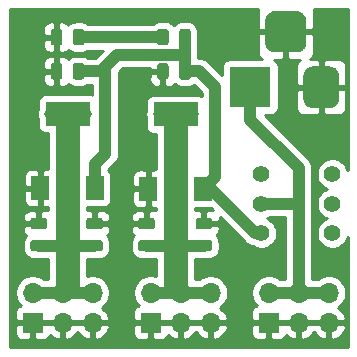
<source format=gbr>
G04 #@! TF.GenerationSoftware,KiCad,Pcbnew,5.1.5-52549c5~86~ubuntu16.04.1*
G04 #@! TF.CreationDate,2020-11-24T20:56:35+05:30*
G04 #@! TF.ProjectId,DC-DC 12V to 3.3V 5V Multi Output Voltage Conversion V1.0,44432d44-4320-4313-9256-20746f20332e,V1.0*
G04 #@! TF.SameCoordinates,Original*
G04 #@! TF.FileFunction,Copper,L1,Top*
G04 #@! TF.FilePolarity,Positive*
%FSLAX46Y46*%
G04 Gerber Fmt 4.6, Leading zero omitted, Abs format (unit mm)*
G04 Created by KiCad (PCBNEW 5.1.5-52549c5~86~ubuntu16.04.1) date 2020-11-24 20:56:35*
%MOMM*%
%LPD*%
G04 APERTURE LIST*
%ADD10C,0.100000*%
%ADD11R,3.500000X3.500000*%
%ADD12C,1.400000*%
%ADD13R,1.500000X2.000000*%
%ADD14R,3.800000X2.000000*%
%ADD15O,1.700000X1.700000*%
%ADD16R,1.700000X1.700000*%
%ADD17C,0.800000*%
%ADD18C,1.000000*%
%ADD19C,2.000000*%
%ADD20C,0.500000*%
%ADD21C,0.254000*%
G04 APERTURE END LIST*
G04 #@! TA.AperFunction,ComponentPad*
D10*
G36*
X154557365Y-76917013D02*
G01*
X154642304Y-76929613D01*
X154725599Y-76950477D01*
X154806448Y-76979405D01*
X154884072Y-77016119D01*
X154957724Y-77060264D01*
X155026694Y-77111416D01*
X155090318Y-77169082D01*
X155147984Y-77232706D01*
X155199136Y-77301676D01*
X155243281Y-77375328D01*
X155279995Y-77452952D01*
X155308923Y-77533801D01*
X155329787Y-77617096D01*
X155342387Y-77702035D01*
X155346600Y-77787800D01*
X155346600Y-79537800D01*
X155342387Y-79623565D01*
X155329787Y-79708504D01*
X155308923Y-79791799D01*
X155279995Y-79872648D01*
X155243281Y-79950272D01*
X155199136Y-80023924D01*
X155147984Y-80092894D01*
X155090318Y-80156518D01*
X155026694Y-80214184D01*
X154957724Y-80265336D01*
X154884072Y-80309481D01*
X154806448Y-80346195D01*
X154725599Y-80375123D01*
X154642304Y-80395987D01*
X154557365Y-80408587D01*
X154471600Y-80412800D01*
X152721600Y-80412800D01*
X152635835Y-80408587D01*
X152550896Y-80395987D01*
X152467601Y-80375123D01*
X152386752Y-80346195D01*
X152309128Y-80309481D01*
X152235476Y-80265336D01*
X152166506Y-80214184D01*
X152102882Y-80156518D01*
X152045216Y-80092894D01*
X151994064Y-80023924D01*
X151949919Y-79950272D01*
X151913205Y-79872648D01*
X151884277Y-79791799D01*
X151863413Y-79708504D01*
X151850813Y-79623565D01*
X151846600Y-79537800D01*
X151846600Y-77787800D01*
X151850813Y-77702035D01*
X151863413Y-77617096D01*
X151884277Y-77533801D01*
X151913205Y-77452952D01*
X151949919Y-77375328D01*
X151994064Y-77301676D01*
X152045216Y-77232706D01*
X152102882Y-77169082D01*
X152166506Y-77111416D01*
X152235476Y-77060264D01*
X152309128Y-77016119D01*
X152386752Y-76979405D01*
X152467601Y-76950477D01*
X152550896Y-76929613D01*
X152635835Y-76917013D01*
X152721600Y-76912800D01*
X154471600Y-76912800D01*
X154557365Y-76917013D01*
G37*
G04 #@! TD.AperFunction*
G04 #@! TA.AperFunction,ComponentPad*
G36*
X157420113Y-81616411D02*
G01*
X157492918Y-81627211D01*
X157564314Y-81645095D01*
X157633613Y-81669890D01*
X157700148Y-81701359D01*
X157763278Y-81739198D01*
X157822395Y-81783042D01*
X157876930Y-81832470D01*
X157926358Y-81887005D01*
X157970202Y-81946122D01*
X158008041Y-82009252D01*
X158039510Y-82075787D01*
X158064305Y-82145086D01*
X158082189Y-82216482D01*
X158092989Y-82289287D01*
X158096600Y-82362800D01*
X158096600Y-84362800D01*
X158092989Y-84436313D01*
X158082189Y-84509118D01*
X158064305Y-84580514D01*
X158039510Y-84649813D01*
X158008041Y-84716348D01*
X157970202Y-84779478D01*
X157926358Y-84838595D01*
X157876930Y-84893130D01*
X157822395Y-84942558D01*
X157763278Y-84986402D01*
X157700148Y-85024241D01*
X157633613Y-85055710D01*
X157564314Y-85080505D01*
X157492918Y-85098389D01*
X157420113Y-85109189D01*
X157346600Y-85112800D01*
X155846600Y-85112800D01*
X155773087Y-85109189D01*
X155700282Y-85098389D01*
X155628886Y-85080505D01*
X155559587Y-85055710D01*
X155493052Y-85024241D01*
X155429922Y-84986402D01*
X155370805Y-84942558D01*
X155316270Y-84893130D01*
X155266842Y-84838595D01*
X155222998Y-84779478D01*
X155185159Y-84716348D01*
X155153690Y-84649813D01*
X155128895Y-84580514D01*
X155111011Y-84509118D01*
X155100211Y-84436313D01*
X155096600Y-84362800D01*
X155096600Y-82362800D01*
X155100211Y-82289287D01*
X155111011Y-82216482D01*
X155128895Y-82145086D01*
X155153690Y-82075787D01*
X155185159Y-82009252D01*
X155222998Y-81946122D01*
X155266842Y-81887005D01*
X155316270Y-81832470D01*
X155370805Y-81783042D01*
X155429922Y-81739198D01*
X155493052Y-81701359D01*
X155559587Y-81669890D01*
X155628886Y-81645095D01*
X155700282Y-81627211D01*
X155773087Y-81616411D01*
X155846600Y-81612800D01*
X157346600Y-81612800D01*
X157420113Y-81616411D01*
G37*
G04 #@! TD.AperFunction*
D11*
X150596600Y-83362800D03*
D12*
X157536400Y-95728800D03*
X157536400Y-93228800D03*
X157536400Y-90728800D03*
X151536400Y-95728800D03*
X151536400Y-93228800D03*
X151536400Y-90728800D03*
D13*
X141972000Y-91973800D03*
X146572000Y-91973800D03*
X144272000Y-91973800D03*
D14*
X144272000Y-85673800D03*
D13*
X132828000Y-91910300D03*
X137428000Y-91910300D03*
X135128000Y-91910300D03*
D14*
X135128000Y-85610300D03*
G04 #@! TA.AperFunction,SMDPad,CuDef*
D10*
G36*
X145326042Y-78422174D02*
G01*
X145349703Y-78425684D01*
X145372907Y-78431496D01*
X145395429Y-78439554D01*
X145417053Y-78449782D01*
X145437570Y-78462079D01*
X145456783Y-78476329D01*
X145474507Y-78492393D01*
X145490571Y-78510117D01*
X145504821Y-78529330D01*
X145517118Y-78549847D01*
X145527346Y-78571471D01*
X145535404Y-78593993D01*
X145541216Y-78617197D01*
X145544726Y-78640858D01*
X145545900Y-78664750D01*
X145545900Y-79577250D01*
X145544726Y-79601142D01*
X145541216Y-79624803D01*
X145535404Y-79648007D01*
X145527346Y-79670529D01*
X145517118Y-79692153D01*
X145504821Y-79712670D01*
X145490571Y-79731883D01*
X145474507Y-79749607D01*
X145456783Y-79765671D01*
X145437570Y-79779921D01*
X145417053Y-79792218D01*
X145395429Y-79802446D01*
X145372907Y-79810504D01*
X145349703Y-79816316D01*
X145326042Y-79819826D01*
X145302150Y-79821000D01*
X144814650Y-79821000D01*
X144790758Y-79819826D01*
X144767097Y-79816316D01*
X144743893Y-79810504D01*
X144721371Y-79802446D01*
X144699747Y-79792218D01*
X144679230Y-79779921D01*
X144660017Y-79765671D01*
X144642293Y-79749607D01*
X144626229Y-79731883D01*
X144611979Y-79712670D01*
X144599682Y-79692153D01*
X144589454Y-79670529D01*
X144581396Y-79648007D01*
X144575584Y-79624803D01*
X144572074Y-79601142D01*
X144570900Y-79577250D01*
X144570900Y-78664750D01*
X144572074Y-78640858D01*
X144575584Y-78617197D01*
X144581396Y-78593993D01*
X144589454Y-78571471D01*
X144599682Y-78549847D01*
X144611979Y-78529330D01*
X144626229Y-78510117D01*
X144642293Y-78492393D01*
X144660017Y-78476329D01*
X144679230Y-78462079D01*
X144699747Y-78449782D01*
X144721371Y-78439554D01*
X144743893Y-78431496D01*
X144767097Y-78425684D01*
X144790758Y-78422174D01*
X144814650Y-78421000D01*
X145302150Y-78421000D01*
X145326042Y-78422174D01*
G37*
G04 #@! TD.AperFunction*
G04 #@! TA.AperFunction,SMDPad,CuDef*
G36*
X143451042Y-78422174D02*
G01*
X143474703Y-78425684D01*
X143497907Y-78431496D01*
X143520429Y-78439554D01*
X143542053Y-78449782D01*
X143562570Y-78462079D01*
X143581783Y-78476329D01*
X143599507Y-78492393D01*
X143615571Y-78510117D01*
X143629821Y-78529330D01*
X143642118Y-78549847D01*
X143652346Y-78571471D01*
X143660404Y-78593993D01*
X143666216Y-78617197D01*
X143669726Y-78640858D01*
X143670900Y-78664750D01*
X143670900Y-79577250D01*
X143669726Y-79601142D01*
X143666216Y-79624803D01*
X143660404Y-79648007D01*
X143652346Y-79670529D01*
X143642118Y-79692153D01*
X143629821Y-79712670D01*
X143615571Y-79731883D01*
X143599507Y-79749607D01*
X143581783Y-79765671D01*
X143562570Y-79779921D01*
X143542053Y-79792218D01*
X143520429Y-79802446D01*
X143497907Y-79810504D01*
X143474703Y-79816316D01*
X143451042Y-79819826D01*
X143427150Y-79821000D01*
X142939650Y-79821000D01*
X142915758Y-79819826D01*
X142892097Y-79816316D01*
X142868893Y-79810504D01*
X142846371Y-79802446D01*
X142824747Y-79792218D01*
X142804230Y-79779921D01*
X142785017Y-79765671D01*
X142767293Y-79749607D01*
X142751229Y-79731883D01*
X142736979Y-79712670D01*
X142724682Y-79692153D01*
X142714454Y-79670529D01*
X142706396Y-79648007D01*
X142700584Y-79624803D01*
X142697074Y-79601142D01*
X142695900Y-79577250D01*
X142695900Y-78664750D01*
X142697074Y-78640858D01*
X142700584Y-78617197D01*
X142706396Y-78593993D01*
X142714454Y-78571471D01*
X142724682Y-78549847D01*
X142736979Y-78529330D01*
X142751229Y-78510117D01*
X142767293Y-78492393D01*
X142785017Y-78476329D01*
X142804230Y-78462079D01*
X142824747Y-78449782D01*
X142846371Y-78439554D01*
X142868893Y-78431496D01*
X142892097Y-78425684D01*
X142915758Y-78422174D01*
X142939650Y-78421000D01*
X143427150Y-78421000D01*
X143451042Y-78422174D01*
G37*
G04 #@! TD.AperFunction*
D15*
X147239000Y-100772300D03*
X147239000Y-103312300D03*
X144699000Y-100772300D03*
X144699000Y-103312300D03*
X142159000Y-100772300D03*
D16*
X142159000Y-103312300D03*
D15*
X137239000Y-100772300D03*
X137239000Y-103312300D03*
X134699000Y-100772300D03*
X134699000Y-103312300D03*
X132159000Y-100772300D03*
D16*
X132159000Y-103312300D03*
D15*
X157239000Y-100772300D03*
X157239000Y-103312300D03*
X154699000Y-100772300D03*
X154699000Y-103312300D03*
X152159000Y-100772300D03*
D16*
X152159000Y-103312300D03*
G04 #@! TA.AperFunction,SMDPad,CuDef*
D10*
G36*
X136326042Y-78434874D02*
G01*
X136349703Y-78438384D01*
X136372907Y-78444196D01*
X136395429Y-78452254D01*
X136417053Y-78462482D01*
X136437570Y-78474779D01*
X136456783Y-78489029D01*
X136474507Y-78505093D01*
X136490571Y-78522817D01*
X136504821Y-78542030D01*
X136517118Y-78562547D01*
X136527346Y-78584171D01*
X136535404Y-78606693D01*
X136541216Y-78629897D01*
X136544726Y-78653558D01*
X136545900Y-78677450D01*
X136545900Y-79589950D01*
X136544726Y-79613842D01*
X136541216Y-79637503D01*
X136535404Y-79660707D01*
X136527346Y-79683229D01*
X136517118Y-79704853D01*
X136504821Y-79725370D01*
X136490571Y-79744583D01*
X136474507Y-79762307D01*
X136456783Y-79778371D01*
X136437570Y-79792621D01*
X136417053Y-79804918D01*
X136395429Y-79815146D01*
X136372907Y-79823204D01*
X136349703Y-79829016D01*
X136326042Y-79832526D01*
X136302150Y-79833700D01*
X135814650Y-79833700D01*
X135790758Y-79832526D01*
X135767097Y-79829016D01*
X135743893Y-79823204D01*
X135721371Y-79815146D01*
X135699747Y-79804918D01*
X135679230Y-79792621D01*
X135660017Y-79778371D01*
X135642293Y-79762307D01*
X135626229Y-79744583D01*
X135611979Y-79725370D01*
X135599682Y-79704853D01*
X135589454Y-79683229D01*
X135581396Y-79660707D01*
X135575584Y-79637503D01*
X135572074Y-79613842D01*
X135570900Y-79589950D01*
X135570900Y-78677450D01*
X135572074Y-78653558D01*
X135575584Y-78629897D01*
X135581396Y-78606693D01*
X135589454Y-78584171D01*
X135599682Y-78562547D01*
X135611979Y-78542030D01*
X135626229Y-78522817D01*
X135642293Y-78505093D01*
X135660017Y-78489029D01*
X135679230Y-78474779D01*
X135699747Y-78462482D01*
X135721371Y-78452254D01*
X135743893Y-78444196D01*
X135767097Y-78438384D01*
X135790758Y-78434874D01*
X135814650Y-78433700D01*
X136302150Y-78433700D01*
X136326042Y-78434874D01*
G37*
G04 #@! TD.AperFunction*
G04 #@! TA.AperFunction,SMDPad,CuDef*
G36*
X134451042Y-78434874D02*
G01*
X134474703Y-78438384D01*
X134497907Y-78444196D01*
X134520429Y-78452254D01*
X134542053Y-78462482D01*
X134562570Y-78474779D01*
X134581783Y-78489029D01*
X134599507Y-78505093D01*
X134615571Y-78522817D01*
X134629821Y-78542030D01*
X134642118Y-78562547D01*
X134652346Y-78584171D01*
X134660404Y-78606693D01*
X134666216Y-78629897D01*
X134669726Y-78653558D01*
X134670900Y-78677450D01*
X134670900Y-79589950D01*
X134669726Y-79613842D01*
X134666216Y-79637503D01*
X134660404Y-79660707D01*
X134652346Y-79683229D01*
X134642118Y-79704853D01*
X134629821Y-79725370D01*
X134615571Y-79744583D01*
X134599507Y-79762307D01*
X134581783Y-79778371D01*
X134562570Y-79792621D01*
X134542053Y-79804918D01*
X134520429Y-79815146D01*
X134497907Y-79823204D01*
X134474703Y-79829016D01*
X134451042Y-79832526D01*
X134427150Y-79833700D01*
X133939650Y-79833700D01*
X133915758Y-79832526D01*
X133892097Y-79829016D01*
X133868893Y-79823204D01*
X133846371Y-79815146D01*
X133824747Y-79804918D01*
X133804230Y-79792621D01*
X133785017Y-79778371D01*
X133767293Y-79762307D01*
X133751229Y-79744583D01*
X133736979Y-79725370D01*
X133724682Y-79704853D01*
X133714454Y-79683229D01*
X133706396Y-79660707D01*
X133700584Y-79637503D01*
X133697074Y-79613842D01*
X133695900Y-79589950D01*
X133695900Y-78677450D01*
X133697074Y-78653558D01*
X133700584Y-78629897D01*
X133706396Y-78606693D01*
X133714454Y-78584171D01*
X133724682Y-78562547D01*
X133736979Y-78542030D01*
X133751229Y-78522817D01*
X133767293Y-78505093D01*
X133785017Y-78489029D01*
X133804230Y-78474779D01*
X133824747Y-78462482D01*
X133846371Y-78452254D01*
X133868893Y-78444196D01*
X133892097Y-78438384D01*
X133915758Y-78434874D01*
X133939650Y-78433700D01*
X134427150Y-78433700D01*
X134451042Y-78434874D01*
G37*
G04 #@! TD.AperFunction*
G04 #@! TA.AperFunction,SMDPad,CuDef*
G36*
X147139742Y-94426674D02*
G01*
X147163403Y-94430184D01*
X147186607Y-94435996D01*
X147209129Y-94444054D01*
X147230753Y-94454282D01*
X147251270Y-94466579D01*
X147270483Y-94480829D01*
X147288207Y-94496893D01*
X147304271Y-94514617D01*
X147318521Y-94533830D01*
X147330818Y-94554347D01*
X147341046Y-94575971D01*
X147349104Y-94598493D01*
X147354916Y-94621697D01*
X147358426Y-94645358D01*
X147359600Y-94669250D01*
X147359600Y-95156750D01*
X147358426Y-95180642D01*
X147354916Y-95204303D01*
X147349104Y-95227507D01*
X147341046Y-95250029D01*
X147330818Y-95271653D01*
X147318521Y-95292170D01*
X147304271Y-95311383D01*
X147288207Y-95329107D01*
X147270483Y-95345171D01*
X147251270Y-95359421D01*
X147230753Y-95371718D01*
X147209129Y-95381946D01*
X147186607Y-95390004D01*
X147163403Y-95395816D01*
X147139742Y-95399326D01*
X147115850Y-95400500D01*
X146203350Y-95400500D01*
X146179458Y-95399326D01*
X146155797Y-95395816D01*
X146132593Y-95390004D01*
X146110071Y-95381946D01*
X146088447Y-95371718D01*
X146067930Y-95359421D01*
X146048717Y-95345171D01*
X146030993Y-95329107D01*
X146014929Y-95311383D01*
X146000679Y-95292170D01*
X145988382Y-95271653D01*
X145978154Y-95250029D01*
X145970096Y-95227507D01*
X145964284Y-95204303D01*
X145960774Y-95180642D01*
X145959600Y-95156750D01*
X145959600Y-94669250D01*
X145960774Y-94645358D01*
X145964284Y-94621697D01*
X145970096Y-94598493D01*
X145978154Y-94575971D01*
X145988382Y-94554347D01*
X146000679Y-94533830D01*
X146014929Y-94514617D01*
X146030993Y-94496893D01*
X146048717Y-94480829D01*
X146067930Y-94466579D01*
X146088447Y-94454282D01*
X146110071Y-94444054D01*
X146132593Y-94435996D01*
X146155797Y-94430184D01*
X146179458Y-94426674D01*
X146203350Y-94425500D01*
X147115850Y-94425500D01*
X147139742Y-94426674D01*
G37*
G04 #@! TD.AperFunction*
G04 #@! TA.AperFunction,SMDPad,CuDef*
G36*
X147139742Y-96301674D02*
G01*
X147163403Y-96305184D01*
X147186607Y-96310996D01*
X147209129Y-96319054D01*
X147230753Y-96329282D01*
X147251270Y-96341579D01*
X147270483Y-96355829D01*
X147288207Y-96371893D01*
X147304271Y-96389617D01*
X147318521Y-96408830D01*
X147330818Y-96429347D01*
X147341046Y-96450971D01*
X147349104Y-96473493D01*
X147354916Y-96496697D01*
X147358426Y-96520358D01*
X147359600Y-96544250D01*
X147359600Y-97031750D01*
X147358426Y-97055642D01*
X147354916Y-97079303D01*
X147349104Y-97102507D01*
X147341046Y-97125029D01*
X147330818Y-97146653D01*
X147318521Y-97167170D01*
X147304271Y-97186383D01*
X147288207Y-97204107D01*
X147270483Y-97220171D01*
X147251270Y-97234421D01*
X147230753Y-97246718D01*
X147209129Y-97256946D01*
X147186607Y-97265004D01*
X147163403Y-97270816D01*
X147139742Y-97274326D01*
X147115850Y-97275500D01*
X146203350Y-97275500D01*
X146179458Y-97274326D01*
X146155797Y-97270816D01*
X146132593Y-97265004D01*
X146110071Y-97256946D01*
X146088447Y-97246718D01*
X146067930Y-97234421D01*
X146048717Y-97220171D01*
X146030993Y-97204107D01*
X146014929Y-97186383D01*
X146000679Y-97167170D01*
X145988382Y-97146653D01*
X145978154Y-97125029D01*
X145970096Y-97102507D01*
X145964284Y-97079303D01*
X145960774Y-97055642D01*
X145959600Y-97031750D01*
X145959600Y-96544250D01*
X145960774Y-96520358D01*
X145964284Y-96496697D01*
X145970096Y-96473493D01*
X145978154Y-96450971D01*
X145988382Y-96429347D01*
X146000679Y-96408830D01*
X146014929Y-96389617D01*
X146030993Y-96371893D01*
X146048717Y-96355829D01*
X146067930Y-96341579D01*
X146088447Y-96329282D01*
X146110071Y-96319054D01*
X146132593Y-96310996D01*
X146155797Y-96305184D01*
X146179458Y-96301674D01*
X146203350Y-96300500D01*
X147115850Y-96300500D01*
X147139742Y-96301674D01*
G37*
G04 #@! TD.AperFunction*
G04 #@! TA.AperFunction,SMDPad,CuDef*
G36*
X142288342Y-94426674D02*
G01*
X142312003Y-94430184D01*
X142335207Y-94435996D01*
X142357729Y-94444054D01*
X142379353Y-94454282D01*
X142399870Y-94466579D01*
X142419083Y-94480829D01*
X142436807Y-94496893D01*
X142452871Y-94514617D01*
X142467121Y-94533830D01*
X142479418Y-94554347D01*
X142489646Y-94575971D01*
X142497704Y-94598493D01*
X142503516Y-94621697D01*
X142507026Y-94645358D01*
X142508200Y-94669250D01*
X142508200Y-95156750D01*
X142507026Y-95180642D01*
X142503516Y-95204303D01*
X142497704Y-95227507D01*
X142489646Y-95250029D01*
X142479418Y-95271653D01*
X142467121Y-95292170D01*
X142452871Y-95311383D01*
X142436807Y-95329107D01*
X142419083Y-95345171D01*
X142399870Y-95359421D01*
X142379353Y-95371718D01*
X142357729Y-95381946D01*
X142335207Y-95390004D01*
X142312003Y-95395816D01*
X142288342Y-95399326D01*
X142264450Y-95400500D01*
X141351950Y-95400500D01*
X141328058Y-95399326D01*
X141304397Y-95395816D01*
X141281193Y-95390004D01*
X141258671Y-95381946D01*
X141237047Y-95371718D01*
X141216530Y-95359421D01*
X141197317Y-95345171D01*
X141179593Y-95329107D01*
X141163529Y-95311383D01*
X141149279Y-95292170D01*
X141136982Y-95271653D01*
X141126754Y-95250029D01*
X141118696Y-95227507D01*
X141112884Y-95204303D01*
X141109374Y-95180642D01*
X141108200Y-95156750D01*
X141108200Y-94669250D01*
X141109374Y-94645358D01*
X141112884Y-94621697D01*
X141118696Y-94598493D01*
X141126754Y-94575971D01*
X141136982Y-94554347D01*
X141149279Y-94533830D01*
X141163529Y-94514617D01*
X141179593Y-94496893D01*
X141197317Y-94480829D01*
X141216530Y-94466579D01*
X141237047Y-94454282D01*
X141258671Y-94444054D01*
X141281193Y-94435996D01*
X141304397Y-94430184D01*
X141328058Y-94426674D01*
X141351950Y-94425500D01*
X142264450Y-94425500D01*
X142288342Y-94426674D01*
G37*
G04 #@! TD.AperFunction*
G04 #@! TA.AperFunction,SMDPad,CuDef*
G36*
X142288342Y-96301674D02*
G01*
X142312003Y-96305184D01*
X142335207Y-96310996D01*
X142357729Y-96319054D01*
X142379353Y-96329282D01*
X142399870Y-96341579D01*
X142419083Y-96355829D01*
X142436807Y-96371893D01*
X142452871Y-96389617D01*
X142467121Y-96408830D01*
X142479418Y-96429347D01*
X142489646Y-96450971D01*
X142497704Y-96473493D01*
X142503516Y-96496697D01*
X142507026Y-96520358D01*
X142508200Y-96544250D01*
X142508200Y-97031750D01*
X142507026Y-97055642D01*
X142503516Y-97079303D01*
X142497704Y-97102507D01*
X142489646Y-97125029D01*
X142479418Y-97146653D01*
X142467121Y-97167170D01*
X142452871Y-97186383D01*
X142436807Y-97204107D01*
X142419083Y-97220171D01*
X142399870Y-97234421D01*
X142379353Y-97246718D01*
X142357729Y-97256946D01*
X142335207Y-97265004D01*
X142312003Y-97270816D01*
X142288342Y-97274326D01*
X142264450Y-97275500D01*
X141351950Y-97275500D01*
X141328058Y-97274326D01*
X141304397Y-97270816D01*
X141281193Y-97265004D01*
X141258671Y-97256946D01*
X141237047Y-97246718D01*
X141216530Y-97234421D01*
X141197317Y-97220171D01*
X141179593Y-97204107D01*
X141163529Y-97186383D01*
X141149279Y-97167170D01*
X141136982Y-97146653D01*
X141126754Y-97125029D01*
X141118696Y-97102507D01*
X141112884Y-97079303D01*
X141109374Y-97055642D01*
X141108200Y-97031750D01*
X141108200Y-96544250D01*
X141109374Y-96520358D01*
X141112884Y-96496697D01*
X141118696Y-96473493D01*
X141126754Y-96450971D01*
X141136982Y-96429347D01*
X141149279Y-96408830D01*
X141163529Y-96389617D01*
X141179593Y-96371893D01*
X141197317Y-96355829D01*
X141216530Y-96341579D01*
X141237047Y-96329282D01*
X141258671Y-96319054D01*
X141281193Y-96310996D01*
X141304397Y-96305184D01*
X141328058Y-96301674D01*
X141351950Y-96300500D01*
X142264450Y-96300500D01*
X142288342Y-96301674D01*
G37*
G04 #@! TD.AperFunction*
G04 #@! TA.AperFunction,SMDPad,CuDef*
G36*
X133157042Y-94426674D02*
G01*
X133180703Y-94430184D01*
X133203907Y-94435996D01*
X133226429Y-94444054D01*
X133248053Y-94454282D01*
X133268570Y-94466579D01*
X133287783Y-94480829D01*
X133305507Y-94496893D01*
X133321571Y-94514617D01*
X133335821Y-94533830D01*
X133348118Y-94554347D01*
X133358346Y-94575971D01*
X133366404Y-94598493D01*
X133372216Y-94621697D01*
X133375726Y-94645358D01*
X133376900Y-94669250D01*
X133376900Y-95156750D01*
X133375726Y-95180642D01*
X133372216Y-95204303D01*
X133366404Y-95227507D01*
X133358346Y-95250029D01*
X133348118Y-95271653D01*
X133335821Y-95292170D01*
X133321571Y-95311383D01*
X133305507Y-95329107D01*
X133287783Y-95345171D01*
X133268570Y-95359421D01*
X133248053Y-95371718D01*
X133226429Y-95381946D01*
X133203907Y-95390004D01*
X133180703Y-95395816D01*
X133157042Y-95399326D01*
X133133150Y-95400500D01*
X132220650Y-95400500D01*
X132196758Y-95399326D01*
X132173097Y-95395816D01*
X132149893Y-95390004D01*
X132127371Y-95381946D01*
X132105747Y-95371718D01*
X132085230Y-95359421D01*
X132066017Y-95345171D01*
X132048293Y-95329107D01*
X132032229Y-95311383D01*
X132017979Y-95292170D01*
X132005682Y-95271653D01*
X131995454Y-95250029D01*
X131987396Y-95227507D01*
X131981584Y-95204303D01*
X131978074Y-95180642D01*
X131976900Y-95156750D01*
X131976900Y-94669250D01*
X131978074Y-94645358D01*
X131981584Y-94621697D01*
X131987396Y-94598493D01*
X131995454Y-94575971D01*
X132005682Y-94554347D01*
X132017979Y-94533830D01*
X132032229Y-94514617D01*
X132048293Y-94496893D01*
X132066017Y-94480829D01*
X132085230Y-94466579D01*
X132105747Y-94454282D01*
X132127371Y-94444054D01*
X132149893Y-94435996D01*
X132173097Y-94430184D01*
X132196758Y-94426674D01*
X132220650Y-94425500D01*
X133133150Y-94425500D01*
X133157042Y-94426674D01*
G37*
G04 #@! TD.AperFunction*
G04 #@! TA.AperFunction,SMDPad,CuDef*
G36*
X133157042Y-96301674D02*
G01*
X133180703Y-96305184D01*
X133203907Y-96310996D01*
X133226429Y-96319054D01*
X133248053Y-96329282D01*
X133268570Y-96341579D01*
X133287783Y-96355829D01*
X133305507Y-96371893D01*
X133321571Y-96389617D01*
X133335821Y-96408830D01*
X133348118Y-96429347D01*
X133358346Y-96450971D01*
X133366404Y-96473493D01*
X133372216Y-96496697D01*
X133375726Y-96520358D01*
X133376900Y-96544250D01*
X133376900Y-97031750D01*
X133375726Y-97055642D01*
X133372216Y-97079303D01*
X133366404Y-97102507D01*
X133358346Y-97125029D01*
X133348118Y-97146653D01*
X133335821Y-97167170D01*
X133321571Y-97186383D01*
X133305507Y-97204107D01*
X133287783Y-97220171D01*
X133268570Y-97234421D01*
X133248053Y-97246718D01*
X133226429Y-97256946D01*
X133203907Y-97265004D01*
X133180703Y-97270816D01*
X133157042Y-97274326D01*
X133133150Y-97275500D01*
X132220650Y-97275500D01*
X132196758Y-97274326D01*
X132173097Y-97270816D01*
X132149893Y-97265004D01*
X132127371Y-97256946D01*
X132105747Y-97246718D01*
X132085230Y-97234421D01*
X132066017Y-97220171D01*
X132048293Y-97204107D01*
X132032229Y-97186383D01*
X132017979Y-97167170D01*
X132005682Y-97146653D01*
X131995454Y-97125029D01*
X131987396Y-97102507D01*
X131981584Y-97079303D01*
X131978074Y-97055642D01*
X131976900Y-97031750D01*
X131976900Y-96544250D01*
X131978074Y-96520358D01*
X131981584Y-96496697D01*
X131987396Y-96473493D01*
X131995454Y-96450971D01*
X132005682Y-96429347D01*
X132017979Y-96408830D01*
X132032229Y-96389617D01*
X132048293Y-96371893D01*
X132066017Y-96355829D01*
X132085230Y-96341579D01*
X132105747Y-96329282D01*
X132127371Y-96319054D01*
X132149893Y-96310996D01*
X132173097Y-96305184D01*
X132196758Y-96301674D01*
X132220650Y-96300500D01*
X133133150Y-96300500D01*
X133157042Y-96301674D01*
G37*
G04 #@! TD.AperFunction*
G04 #@! TA.AperFunction,SMDPad,CuDef*
G36*
X137881442Y-94426674D02*
G01*
X137905103Y-94430184D01*
X137928307Y-94435996D01*
X137950829Y-94444054D01*
X137972453Y-94454282D01*
X137992970Y-94466579D01*
X138012183Y-94480829D01*
X138029907Y-94496893D01*
X138045971Y-94514617D01*
X138060221Y-94533830D01*
X138072518Y-94554347D01*
X138082746Y-94575971D01*
X138090804Y-94598493D01*
X138096616Y-94621697D01*
X138100126Y-94645358D01*
X138101300Y-94669250D01*
X138101300Y-95156750D01*
X138100126Y-95180642D01*
X138096616Y-95204303D01*
X138090804Y-95227507D01*
X138082746Y-95250029D01*
X138072518Y-95271653D01*
X138060221Y-95292170D01*
X138045971Y-95311383D01*
X138029907Y-95329107D01*
X138012183Y-95345171D01*
X137992970Y-95359421D01*
X137972453Y-95371718D01*
X137950829Y-95381946D01*
X137928307Y-95390004D01*
X137905103Y-95395816D01*
X137881442Y-95399326D01*
X137857550Y-95400500D01*
X136945050Y-95400500D01*
X136921158Y-95399326D01*
X136897497Y-95395816D01*
X136874293Y-95390004D01*
X136851771Y-95381946D01*
X136830147Y-95371718D01*
X136809630Y-95359421D01*
X136790417Y-95345171D01*
X136772693Y-95329107D01*
X136756629Y-95311383D01*
X136742379Y-95292170D01*
X136730082Y-95271653D01*
X136719854Y-95250029D01*
X136711796Y-95227507D01*
X136705984Y-95204303D01*
X136702474Y-95180642D01*
X136701300Y-95156750D01*
X136701300Y-94669250D01*
X136702474Y-94645358D01*
X136705984Y-94621697D01*
X136711796Y-94598493D01*
X136719854Y-94575971D01*
X136730082Y-94554347D01*
X136742379Y-94533830D01*
X136756629Y-94514617D01*
X136772693Y-94496893D01*
X136790417Y-94480829D01*
X136809630Y-94466579D01*
X136830147Y-94454282D01*
X136851771Y-94444054D01*
X136874293Y-94435996D01*
X136897497Y-94430184D01*
X136921158Y-94426674D01*
X136945050Y-94425500D01*
X137857550Y-94425500D01*
X137881442Y-94426674D01*
G37*
G04 #@! TD.AperFunction*
G04 #@! TA.AperFunction,SMDPad,CuDef*
G36*
X137881442Y-96301674D02*
G01*
X137905103Y-96305184D01*
X137928307Y-96310996D01*
X137950829Y-96319054D01*
X137972453Y-96329282D01*
X137992970Y-96341579D01*
X138012183Y-96355829D01*
X138029907Y-96371893D01*
X138045971Y-96389617D01*
X138060221Y-96408830D01*
X138072518Y-96429347D01*
X138082746Y-96450971D01*
X138090804Y-96473493D01*
X138096616Y-96496697D01*
X138100126Y-96520358D01*
X138101300Y-96544250D01*
X138101300Y-97031750D01*
X138100126Y-97055642D01*
X138096616Y-97079303D01*
X138090804Y-97102507D01*
X138082746Y-97125029D01*
X138072518Y-97146653D01*
X138060221Y-97167170D01*
X138045971Y-97186383D01*
X138029907Y-97204107D01*
X138012183Y-97220171D01*
X137992970Y-97234421D01*
X137972453Y-97246718D01*
X137950829Y-97256946D01*
X137928307Y-97265004D01*
X137905103Y-97270816D01*
X137881442Y-97274326D01*
X137857550Y-97275500D01*
X136945050Y-97275500D01*
X136921158Y-97274326D01*
X136897497Y-97270816D01*
X136874293Y-97265004D01*
X136851771Y-97256946D01*
X136830147Y-97246718D01*
X136809630Y-97234421D01*
X136790417Y-97220171D01*
X136772693Y-97204107D01*
X136756629Y-97186383D01*
X136742379Y-97167170D01*
X136730082Y-97146653D01*
X136719854Y-97125029D01*
X136711796Y-97102507D01*
X136705984Y-97079303D01*
X136702474Y-97055642D01*
X136701300Y-97031750D01*
X136701300Y-96544250D01*
X136702474Y-96520358D01*
X136705984Y-96496697D01*
X136711796Y-96473493D01*
X136719854Y-96450971D01*
X136730082Y-96429347D01*
X136742379Y-96408830D01*
X136756629Y-96389617D01*
X136772693Y-96371893D01*
X136790417Y-96355829D01*
X136809630Y-96341579D01*
X136830147Y-96329282D01*
X136851771Y-96319054D01*
X136874293Y-96310996D01*
X136897497Y-96305184D01*
X136921158Y-96301674D01*
X136945050Y-96300500D01*
X137857550Y-96300500D01*
X137881442Y-96301674D01*
G37*
G04 #@! TD.AperFunction*
G04 #@! TA.AperFunction,SMDPad,CuDef*
G36*
X134451042Y-81328074D02*
G01*
X134474703Y-81331584D01*
X134497907Y-81337396D01*
X134520429Y-81345454D01*
X134542053Y-81355682D01*
X134562570Y-81367979D01*
X134581783Y-81382229D01*
X134599507Y-81398293D01*
X134615571Y-81416017D01*
X134629821Y-81435230D01*
X134642118Y-81455747D01*
X134652346Y-81477371D01*
X134660404Y-81499893D01*
X134666216Y-81523097D01*
X134669726Y-81546758D01*
X134670900Y-81570650D01*
X134670900Y-82483150D01*
X134669726Y-82507042D01*
X134666216Y-82530703D01*
X134660404Y-82553907D01*
X134652346Y-82576429D01*
X134642118Y-82598053D01*
X134629821Y-82618570D01*
X134615571Y-82637783D01*
X134599507Y-82655507D01*
X134581783Y-82671571D01*
X134562570Y-82685821D01*
X134542053Y-82698118D01*
X134520429Y-82708346D01*
X134497907Y-82716404D01*
X134474703Y-82722216D01*
X134451042Y-82725726D01*
X134427150Y-82726900D01*
X133939650Y-82726900D01*
X133915758Y-82725726D01*
X133892097Y-82722216D01*
X133868893Y-82716404D01*
X133846371Y-82708346D01*
X133824747Y-82698118D01*
X133804230Y-82685821D01*
X133785017Y-82671571D01*
X133767293Y-82655507D01*
X133751229Y-82637783D01*
X133736979Y-82618570D01*
X133724682Y-82598053D01*
X133714454Y-82576429D01*
X133706396Y-82553907D01*
X133700584Y-82530703D01*
X133697074Y-82507042D01*
X133695900Y-82483150D01*
X133695900Y-81570650D01*
X133697074Y-81546758D01*
X133700584Y-81523097D01*
X133706396Y-81499893D01*
X133714454Y-81477371D01*
X133724682Y-81455747D01*
X133736979Y-81435230D01*
X133751229Y-81416017D01*
X133767293Y-81398293D01*
X133785017Y-81382229D01*
X133804230Y-81367979D01*
X133824747Y-81355682D01*
X133846371Y-81345454D01*
X133868893Y-81337396D01*
X133892097Y-81331584D01*
X133915758Y-81328074D01*
X133939650Y-81326900D01*
X134427150Y-81326900D01*
X134451042Y-81328074D01*
G37*
G04 #@! TD.AperFunction*
G04 #@! TA.AperFunction,SMDPad,CuDef*
G36*
X136326042Y-81328074D02*
G01*
X136349703Y-81331584D01*
X136372907Y-81337396D01*
X136395429Y-81345454D01*
X136417053Y-81355682D01*
X136437570Y-81367979D01*
X136456783Y-81382229D01*
X136474507Y-81398293D01*
X136490571Y-81416017D01*
X136504821Y-81435230D01*
X136517118Y-81455747D01*
X136527346Y-81477371D01*
X136535404Y-81499893D01*
X136541216Y-81523097D01*
X136544726Y-81546758D01*
X136545900Y-81570650D01*
X136545900Y-82483150D01*
X136544726Y-82507042D01*
X136541216Y-82530703D01*
X136535404Y-82553907D01*
X136527346Y-82576429D01*
X136517118Y-82598053D01*
X136504821Y-82618570D01*
X136490571Y-82637783D01*
X136474507Y-82655507D01*
X136456783Y-82671571D01*
X136437570Y-82685821D01*
X136417053Y-82698118D01*
X136395429Y-82708346D01*
X136372907Y-82716404D01*
X136349703Y-82722216D01*
X136326042Y-82725726D01*
X136302150Y-82726900D01*
X135814650Y-82726900D01*
X135790758Y-82725726D01*
X135767097Y-82722216D01*
X135743893Y-82716404D01*
X135721371Y-82708346D01*
X135699747Y-82698118D01*
X135679230Y-82685821D01*
X135660017Y-82671571D01*
X135642293Y-82655507D01*
X135626229Y-82637783D01*
X135611979Y-82618570D01*
X135599682Y-82598053D01*
X135589454Y-82576429D01*
X135581396Y-82553907D01*
X135575584Y-82530703D01*
X135572074Y-82507042D01*
X135570900Y-82483150D01*
X135570900Y-81570650D01*
X135572074Y-81546758D01*
X135575584Y-81523097D01*
X135581396Y-81499893D01*
X135589454Y-81477371D01*
X135599682Y-81455747D01*
X135611979Y-81435230D01*
X135626229Y-81416017D01*
X135642293Y-81398293D01*
X135660017Y-81382229D01*
X135679230Y-81367979D01*
X135699747Y-81355682D01*
X135721371Y-81345454D01*
X135743893Y-81337396D01*
X135767097Y-81331584D01*
X135790758Y-81328074D01*
X135814650Y-81326900D01*
X136302150Y-81326900D01*
X136326042Y-81328074D01*
G37*
G04 #@! TD.AperFunction*
G04 #@! TA.AperFunction,SMDPad,CuDef*
G36*
X143451042Y-81328074D02*
G01*
X143474703Y-81331584D01*
X143497907Y-81337396D01*
X143520429Y-81345454D01*
X143542053Y-81355682D01*
X143562570Y-81367979D01*
X143581783Y-81382229D01*
X143599507Y-81398293D01*
X143615571Y-81416017D01*
X143629821Y-81435230D01*
X143642118Y-81455747D01*
X143652346Y-81477371D01*
X143660404Y-81499893D01*
X143666216Y-81523097D01*
X143669726Y-81546758D01*
X143670900Y-81570650D01*
X143670900Y-82483150D01*
X143669726Y-82507042D01*
X143666216Y-82530703D01*
X143660404Y-82553907D01*
X143652346Y-82576429D01*
X143642118Y-82598053D01*
X143629821Y-82618570D01*
X143615571Y-82637783D01*
X143599507Y-82655507D01*
X143581783Y-82671571D01*
X143562570Y-82685821D01*
X143542053Y-82698118D01*
X143520429Y-82708346D01*
X143497907Y-82716404D01*
X143474703Y-82722216D01*
X143451042Y-82725726D01*
X143427150Y-82726900D01*
X142939650Y-82726900D01*
X142915758Y-82725726D01*
X142892097Y-82722216D01*
X142868893Y-82716404D01*
X142846371Y-82708346D01*
X142824747Y-82698118D01*
X142804230Y-82685821D01*
X142785017Y-82671571D01*
X142767293Y-82655507D01*
X142751229Y-82637783D01*
X142736979Y-82618570D01*
X142724682Y-82598053D01*
X142714454Y-82576429D01*
X142706396Y-82553907D01*
X142700584Y-82530703D01*
X142697074Y-82507042D01*
X142695900Y-82483150D01*
X142695900Y-81570650D01*
X142697074Y-81546758D01*
X142700584Y-81523097D01*
X142706396Y-81499893D01*
X142714454Y-81477371D01*
X142724682Y-81455747D01*
X142736979Y-81435230D01*
X142751229Y-81416017D01*
X142767293Y-81398293D01*
X142785017Y-81382229D01*
X142804230Y-81367979D01*
X142824747Y-81355682D01*
X142846371Y-81345454D01*
X142868893Y-81337396D01*
X142892097Y-81331584D01*
X142915758Y-81328074D01*
X142939650Y-81326900D01*
X143427150Y-81326900D01*
X143451042Y-81328074D01*
G37*
G04 #@! TD.AperFunction*
G04 #@! TA.AperFunction,SMDPad,CuDef*
G36*
X145326042Y-81328074D02*
G01*
X145349703Y-81331584D01*
X145372907Y-81337396D01*
X145395429Y-81345454D01*
X145417053Y-81355682D01*
X145437570Y-81367979D01*
X145456783Y-81382229D01*
X145474507Y-81398293D01*
X145490571Y-81416017D01*
X145504821Y-81435230D01*
X145517118Y-81455747D01*
X145527346Y-81477371D01*
X145535404Y-81499893D01*
X145541216Y-81523097D01*
X145544726Y-81546758D01*
X145545900Y-81570650D01*
X145545900Y-82483150D01*
X145544726Y-82507042D01*
X145541216Y-82530703D01*
X145535404Y-82553907D01*
X145527346Y-82576429D01*
X145517118Y-82598053D01*
X145504821Y-82618570D01*
X145490571Y-82637783D01*
X145474507Y-82655507D01*
X145456783Y-82671571D01*
X145437570Y-82685821D01*
X145417053Y-82698118D01*
X145395429Y-82708346D01*
X145372907Y-82716404D01*
X145349703Y-82722216D01*
X145326042Y-82725726D01*
X145302150Y-82726900D01*
X144814650Y-82726900D01*
X144790758Y-82725726D01*
X144767097Y-82722216D01*
X144743893Y-82716404D01*
X144721371Y-82708346D01*
X144699747Y-82698118D01*
X144679230Y-82685821D01*
X144660017Y-82671571D01*
X144642293Y-82655507D01*
X144626229Y-82637783D01*
X144611979Y-82618570D01*
X144599682Y-82598053D01*
X144589454Y-82576429D01*
X144581396Y-82553907D01*
X144575584Y-82530703D01*
X144572074Y-82507042D01*
X144570900Y-82483150D01*
X144570900Y-81570650D01*
X144572074Y-81546758D01*
X144575584Y-81523097D01*
X144581396Y-81499893D01*
X144589454Y-81477371D01*
X144599682Y-81455747D01*
X144611979Y-81435230D01*
X144626229Y-81416017D01*
X144642293Y-81398293D01*
X144660017Y-81382229D01*
X144679230Y-81367979D01*
X144699747Y-81355682D01*
X144721371Y-81345454D01*
X144743893Y-81337396D01*
X144767097Y-81331584D01*
X144790758Y-81328074D01*
X144814650Y-81326900D01*
X145302150Y-81326900D01*
X145326042Y-81328074D01*
G37*
G04 #@! TD.AperFunction*
D17*
X135128000Y-92544900D03*
X135128000Y-85610300D03*
X135128000Y-89485000D03*
X135128000Y-87485000D03*
X135128000Y-90985000D03*
X135128000Y-88485000D03*
X135976900Y-85636100D03*
X136740900Y-85636100D03*
X134276900Y-85636100D03*
X133553200Y-85636100D03*
X135128000Y-86585000D03*
X144272000Y-85673800D03*
X144272000Y-91973800D03*
X144272000Y-87341000D03*
X144272000Y-89341000D03*
X144272000Y-90591000D03*
X144272000Y-88341000D03*
X145201500Y-85661500D03*
X145846800Y-85648800D03*
X143451500Y-85661500D03*
X142748000Y-85661500D03*
X144272000Y-86541000D03*
D18*
X145058400Y-79121000D02*
X145058400Y-80809100D01*
X145058400Y-80809100D02*
X145058400Y-82026900D01*
X144876190Y-80626890D02*
X145058400Y-80809100D01*
X139337110Y-80626890D02*
X144876190Y-80626890D01*
X136058400Y-82026900D02*
X137937100Y-82026900D01*
X137937100Y-82026900D02*
X138322050Y-81641950D01*
X138322050Y-81641950D02*
X139337110Y-80626890D01*
X137428000Y-89910300D02*
X137428000Y-91910300D01*
X138322050Y-89016250D02*
X137428000Y-89910300D01*
X138322050Y-81641950D02*
X138322050Y-89016250D01*
X147599400Y-83362800D02*
X146263500Y-82026900D01*
X146263500Y-82026900D02*
X145058400Y-82026900D01*
X147599400Y-90946400D02*
X147599400Y-83362800D01*
X146572000Y-91973800D02*
X147599400Y-90946400D01*
X150986500Y-95728800D02*
X151536400Y-95728800D01*
X147231500Y-91973800D02*
X150986500Y-95728800D01*
X146572000Y-91973800D02*
X147231500Y-91973800D01*
X135128000Y-100343300D02*
X134699000Y-100772300D01*
X135205500Y-96788000D02*
X137401300Y-96788000D01*
X135128000Y-96710500D02*
X135205500Y-96788000D01*
D19*
X135128000Y-91910300D02*
X135128000Y-92544900D01*
X135128000Y-96710500D02*
X135128000Y-100343300D01*
D18*
X135050500Y-96788000D02*
X132676900Y-96788000D01*
X135128000Y-96710500D02*
X135050500Y-96788000D01*
D19*
X135128000Y-85610300D02*
X135128000Y-85610300D01*
D18*
X134699000Y-100772300D02*
X137239000Y-100772300D01*
X134699000Y-100772300D02*
X132159000Y-100772300D01*
D19*
X135128000Y-92544900D02*
X135128000Y-96710500D01*
X135128000Y-85610300D02*
X135128000Y-91910300D01*
D20*
X143245600Y-79133700D02*
X143258300Y-79121000D01*
D18*
X143170700Y-79133700D02*
X143183400Y-79121000D01*
X136058400Y-79133700D02*
X143170700Y-79133700D01*
X152159000Y-100772300D02*
X157239000Y-100772300D01*
X154699000Y-99570219D02*
X154699000Y-100772300D01*
X150596600Y-86112800D02*
X154699000Y-90215200D01*
X150596600Y-83362800D02*
X150596600Y-86112800D01*
X154699000Y-93904100D02*
X154699000Y-99570219D01*
X154671400Y-93228800D02*
X151536400Y-93228800D01*
X154699000Y-93256400D02*
X154671400Y-93228800D01*
X154699000Y-90215200D02*
X154699000Y-93256400D01*
X154699000Y-93256400D02*
X154699000Y-93904100D01*
X144272000Y-100345300D02*
X144699000Y-100772300D01*
X144272000Y-96812100D02*
X144247900Y-96788000D01*
X144247900Y-96788000D02*
X141808200Y-96788000D01*
D19*
X144272000Y-91973800D02*
X144272000Y-91973800D01*
X144272000Y-96812100D02*
X144272000Y-100345300D01*
D18*
X144296100Y-96788000D02*
X146659600Y-96788000D01*
X144272000Y-96812100D02*
X144296100Y-96788000D01*
D19*
X144272000Y-85673800D02*
X144272000Y-85673800D01*
D18*
X142159000Y-100772300D02*
X144699000Y-100772300D01*
X144699000Y-100772300D02*
X147239000Y-100772300D01*
D19*
X144272000Y-91973800D02*
X144272000Y-96812100D01*
X144272000Y-91973800D02*
X144272000Y-85673800D01*
D21*
G36*
X151220788Y-76788318D02*
G01*
X151208528Y-76912800D01*
X151211600Y-78377050D01*
X151370350Y-78535800D01*
X153469600Y-78535800D01*
X153469600Y-78515800D01*
X153723600Y-78515800D01*
X153723600Y-78535800D01*
X155822850Y-78535800D01*
X155981600Y-78377050D01*
X155984672Y-76912800D01*
X155972412Y-76788318D01*
X155970799Y-76783000D01*
X158830000Y-76783000D01*
X158830000Y-90389187D01*
X158820096Y-90339395D01*
X158719461Y-90096441D01*
X158573362Y-89877787D01*
X158387413Y-89691838D01*
X158168759Y-89545739D01*
X157925805Y-89445104D01*
X157667886Y-89393800D01*
X157404914Y-89393800D01*
X157146995Y-89445104D01*
X156904041Y-89545739D01*
X156685387Y-89691838D01*
X156499438Y-89877787D01*
X156353339Y-90096441D01*
X156252704Y-90339395D01*
X156201400Y-90597314D01*
X156201400Y-90860286D01*
X156252704Y-91118205D01*
X156353339Y-91361159D01*
X156499438Y-91579813D01*
X156685387Y-91765762D01*
X156904041Y-91911861D01*
X157065646Y-91978800D01*
X156904041Y-92045739D01*
X156685387Y-92191838D01*
X156499438Y-92377787D01*
X156353339Y-92596441D01*
X156252704Y-92839395D01*
X156201400Y-93097314D01*
X156201400Y-93360286D01*
X156252704Y-93618205D01*
X156353339Y-93861159D01*
X156499438Y-94079813D01*
X156685387Y-94265762D01*
X156904041Y-94411861D01*
X157065646Y-94478800D01*
X156904041Y-94545739D01*
X156685387Y-94691838D01*
X156499438Y-94877787D01*
X156353339Y-95096441D01*
X156252704Y-95339395D01*
X156201400Y-95597314D01*
X156201400Y-95860286D01*
X156252704Y-96118205D01*
X156353339Y-96361159D01*
X156499438Y-96579813D01*
X156685387Y-96765762D01*
X156904041Y-96911861D01*
X157146995Y-97012496D01*
X157404914Y-97063800D01*
X157667886Y-97063800D01*
X157925805Y-97012496D01*
X158168759Y-96911861D01*
X158387413Y-96765762D01*
X158573362Y-96579813D01*
X158719461Y-96361159D01*
X158820096Y-96118205D01*
X158830001Y-96068412D01*
X158830001Y-105363000D01*
X130250000Y-105363000D01*
X130250000Y-104162300D01*
X130670928Y-104162300D01*
X130683188Y-104286782D01*
X130719498Y-104406480D01*
X130778463Y-104516794D01*
X130857815Y-104613485D01*
X130954506Y-104692837D01*
X131064820Y-104751802D01*
X131184518Y-104788112D01*
X131309000Y-104800372D01*
X131873250Y-104797300D01*
X132032000Y-104638550D01*
X132032000Y-103439300D01*
X132286000Y-103439300D01*
X132286000Y-104638550D01*
X132444750Y-104797300D01*
X133009000Y-104800372D01*
X133133482Y-104788112D01*
X133253180Y-104751802D01*
X133363494Y-104692837D01*
X133460185Y-104613485D01*
X133539537Y-104516794D01*
X133598502Y-104406480D01*
X133622966Y-104325834D01*
X133698731Y-104409888D01*
X133932080Y-104583941D01*
X134194901Y-104709125D01*
X134342110Y-104753776D01*
X134572000Y-104632455D01*
X134572000Y-103439300D01*
X134826000Y-103439300D01*
X134826000Y-104632455D01*
X135055890Y-104753776D01*
X135203099Y-104709125D01*
X135465920Y-104583941D01*
X135699269Y-104409888D01*
X135894178Y-104193655D01*
X135969000Y-104068045D01*
X136043822Y-104193655D01*
X136238731Y-104409888D01*
X136472080Y-104583941D01*
X136734901Y-104709125D01*
X136882110Y-104753776D01*
X137112000Y-104632455D01*
X137112000Y-103439300D01*
X137366000Y-103439300D01*
X137366000Y-104632455D01*
X137595890Y-104753776D01*
X137743099Y-104709125D01*
X138005920Y-104583941D01*
X138239269Y-104409888D01*
X138434178Y-104193655D01*
X138452855Y-104162300D01*
X140670928Y-104162300D01*
X140683188Y-104286782D01*
X140719498Y-104406480D01*
X140778463Y-104516794D01*
X140857815Y-104613485D01*
X140954506Y-104692837D01*
X141064820Y-104751802D01*
X141184518Y-104788112D01*
X141309000Y-104800372D01*
X141873250Y-104797300D01*
X142032000Y-104638550D01*
X142032000Y-103439300D01*
X142286000Y-103439300D01*
X142286000Y-104638550D01*
X142444750Y-104797300D01*
X143009000Y-104800372D01*
X143133482Y-104788112D01*
X143253180Y-104751802D01*
X143363494Y-104692837D01*
X143460185Y-104613485D01*
X143539537Y-104516794D01*
X143598502Y-104406480D01*
X143622966Y-104325834D01*
X143698731Y-104409888D01*
X143932080Y-104583941D01*
X144194901Y-104709125D01*
X144342110Y-104753776D01*
X144572000Y-104632455D01*
X144572000Y-103439300D01*
X144826000Y-103439300D01*
X144826000Y-104632455D01*
X145055890Y-104753776D01*
X145203099Y-104709125D01*
X145465920Y-104583941D01*
X145699269Y-104409888D01*
X145894178Y-104193655D01*
X145969000Y-104068045D01*
X146043822Y-104193655D01*
X146238731Y-104409888D01*
X146472080Y-104583941D01*
X146734901Y-104709125D01*
X146882110Y-104753776D01*
X147112000Y-104632455D01*
X147112000Y-103439300D01*
X147366000Y-103439300D01*
X147366000Y-104632455D01*
X147595890Y-104753776D01*
X147743099Y-104709125D01*
X148005920Y-104583941D01*
X148239269Y-104409888D01*
X148434178Y-104193655D01*
X148452855Y-104162300D01*
X150670928Y-104162300D01*
X150683188Y-104286782D01*
X150719498Y-104406480D01*
X150778463Y-104516794D01*
X150857815Y-104613485D01*
X150954506Y-104692837D01*
X151064820Y-104751802D01*
X151184518Y-104788112D01*
X151309000Y-104800372D01*
X151873250Y-104797300D01*
X152032000Y-104638550D01*
X152032000Y-103439300D01*
X152286000Y-103439300D01*
X152286000Y-104638550D01*
X152444750Y-104797300D01*
X153009000Y-104800372D01*
X153133482Y-104788112D01*
X153253180Y-104751802D01*
X153363494Y-104692837D01*
X153460185Y-104613485D01*
X153539537Y-104516794D01*
X153598502Y-104406480D01*
X153622966Y-104325834D01*
X153698731Y-104409888D01*
X153932080Y-104583941D01*
X154194901Y-104709125D01*
X154342110Y-104753776D01*
X154572000Y-104632455D01*
X154572000Y-103439300D01*
X154826000Y-103439300D01*
X154826000Y-104632455D01*
X155055890Y-104753776D01*
X155203099Y-104709125D01*
X155465920Y-104583941D01*
X155699269Y-104409888D01*
X155894178Y-104193655D01*
X155969000Y-104068045D01*
X156043822Y-104193655D01*
X156238731Y-104409888D01*
X156472080Y-104583941D01*
X156734901Y-104709125D01*
X156882110Y-104753776D01*
X157112000Y-104632455D01*
X157112000Y-103439300D01*
X157366000Y-103439300D01*
X157366000Y-104632455D01*
X157595890Y-104753776D01*
X157743099Y-104709125D01*
X158005920Y-104583941D01*
X158239269Y-104409888D01*
X158434178Y-104193655D01*
X158583157Y-103943552D01*
X158680481Y-103669191D01*
X158559814Y-103439300D01*
X157366000Y-103439300D01*
X157112000Y-103439300D01*
X154826000Y-103439300D01*
X154572000Y-103439300D01*
X152286000Y-103439300D01*
X152032000Y-103439300D01*
X150832750Y-103439300D01*
X150674000Y-103598050D01*
X150670928Y-104162300D01*
X148452855Y-104162300D01*
X148583157Y-103943552D01*
X148680481Y-103669191D01*
X148559814Y-103439300D01*
X147366000Y-103439300D01*
X147112000Y-103439300D01*
X144826000Y-103439300D01*
X144572000Y-103439300D01*
X142286000Y-103439300D01*
X142032000Y-103439300D01*
X140832750Y-103439300D01*
X140674000Y-103598050D01*
X140670928Y-104162300D01*
X138452855Y-104162300D01*
X138583157Y-103943552D01*
X138680481Y-103669191D01*
X138559814Y-103439300D01*
X137366000Y-103439300D01*
X137112000Y-103439300D01*
X134826000Y-103439300D01*
X134572000Y-103439300D01*
X132286000Y-103439300D01*
X132032000Y-103439300D01*
X130832750Y-103439300D01*
X130674000Y-103598050D01*
X130670928Y-104162300D01*
X130250000Y-104162300D01*
X130250000Y-102462300D01*
X130670928Y-102462300D01*
X130674000Y-103026550D01*
X130832750Y-103185300D01*
X132032000Y-103185300D01*
X132032000Y-103165300D01*
X132286000Y-103165300D01*
X132286000Y-103185300D01*
X134572000Y-103185300D01*
X134572000Y-103165300D01*
X134826000Y-103165300D01*
X134826000Y-103185300D01*
X137112000Y-103185300D01*
X137112000Y-103165300D01*
X137366000Y-103165300D01*
X137366000Y-103185300D01*
X138559814Y-103185300D01*
X138680481Y-102955409D01*
X138583157Y-102681048D01*
X138434178Y-102430945D01*
X138239269Y-102214712D01*
X138009594Y-102043400D01*
X138185632Y-101925775D01*
X138392475Y-101718932D01*
X138554990Y-101475711D01*
X138666932Y-101205458D01*
X138724000Y-100918560D01*
X138724000Y-100626040D01*
X138666932Y-100339142D01*
X138554990Y-100068889D01*
X138392475Y-99825668D01*
X138185632Y-99618825D01*
X137942411Y-99456310D01*
X137672158Y-99344368D01*
X137385260Y-99287300D01*
X137092740Y-99287300D01*
X136805842Y-99344368D01*
X136763000Y-99362114D01*
X136763000Y-97923000D01*
X137457052Y-97923000D01*
X137552777Y-97913572D01*
X137857550Y-97913572D01*
X138029585Y-97896628D01*
X138195009Y-97846447D01*
X138347464Y-97764958D01*
X138481092Y-97655292D01*
X138590758Y-97521664D01*
X138672247Y-97369209D01*
X138722428Y-97203785D01*
X138739372Y-97031750D01*
X138739372Y-96544250D01*
X138722428Y-96372215D01*
X138672247Y-96206791D01*
X138590758Y-96054336D01*
X138481092Y-95920708D01*
X138474736Y-95915492D01*
X138552485Y-95851685D01*
X138631837Y-95754994D01*
X138690802Y-95644680D01*
X138727112Y-95524982D01*
X138739372Y-95400500D01*
X138736300Y-95198750D01*
X138577550Y-95040000D01*
X137528300Y-95040000D01*
X137528300Y-95060000D01*
X137274300Y-95060000D01*
X137274300Y-95040000D01*
X137254300Y-95040000D01*
X137254300Y-94786000D01*
X137274300Y-94786000D01*
X137274300Y-93949250D01*
X137528300Y-93949250D01*
X137528300Y-94786000D01*
X138577550Y-94786000D01*
X138736300Y-94627250D01*
X138739372Y-94425500D01*
X140470128Y-94425500D01*
X140473200Y-94627250D01*
X140631950Y-94786000D01*
X141681200Y-94786000D01*
X141681200Y-93949250D01*
X141522450Y-93790500D01*
X141108200Y-93787428D01*
X140983718Y-93799688D01*
X140864020Y-93835998D01*
X140753706Y-93894963D01*
X140657015Y-93974315D01*
X140577663Y-94071006D01*
X140518698Y-94181320D01*
X140482388Y-94301018D01*
X140470128Y-94425500D01*
X138739372Y-94425500D01*
X138727112Y-94301018D01*
X138690802Y-94181320D01*
X138631837Y-94071006D01*
X138552485Y-93974315D01*
X138455794Y-93894963D01*
X138345480Y-93835998D01*
X138225782Y-93799688D01*
X138101300Y-93787428D01*
X137687050Y-93790500D01*
X137528300Y-93949250D01*
X137274300Y-93949250D01*
X137115550Y-93790500D01*
X136763000Y-93787886D01*
X136763000Y-93548372D01*
X138178000Y-93548372D01*
X138302482Y-93536112D01*
X138422180Y-93499802D01*
X138532494Y-93440837D01*
X138629185Y-93361485D01*
X138708537Y-93264794D01*
X138767502Y-93154480D01*
X138803812Y-93034782D01*
X138809818Y-92973800D01*
X140583928Y-92973800D01*
X140596188Y-93098282D01*
X140632498Y-93217980D01*
X140691463Y-93328294D01*
X140770815Y-93424985D01*
X140867506Y-93504337D01*
X140977820Y-93563302D01*
X141097518Y-93599612D01*
X141222000Y-93611872D01*
X141686250Y-93608800D01*
X141845000Y-93450050D01*
X141845000Y-92100800D01*
X140745750Y-92100800D01*
X140587000Y-92259550D01*
X140583928Y-92973800D01*
X138809818Y-92973800D01*
X138816072Y-92910300D01*
X138816072Y-90973800D01*
X140583928Y-90973800D01*
X140587000Y-91688050D01*
X140745750Y-91846800D01*
X141845000Y-91846800D01*
X141845000Y-90497550D01*
X141686250Y-90338800D01*
X141222000Y-90335728D01*
X141097518Y-90347988D01*
X140977820Y-90384298D01*
X140867506Y-90443263D01*
X140770815Y-90522615D01*
X140691463Y-90619306D01*
X140632498Y-90729620D01*
X140596188Y-90849318D01*
X140583928Y-90973800D01*
X138816072Y-90973800D01*
X138816072Y-90910300D01*
X138803812Y-90785818D01*
X138767502Y-90666120D01*
X138708537Y-90555806D01*
X138629185Y-90459115D01*
X138563000Y-90404799D01*
X138563000Y-90380432D01*
X139085195Y-89858237D01*
X139128499Y-89822699D01*
X139239207Y-89687802D01*
X139270334Y-89649873D01*
X139375726Y-89452697D01*
X139440627Y-89238749D01*
X139462541Y-89016250D01*
X139457050Y-88960498D01*
X139457050Y-82726900D01*
X142057828Y-82726900D01*
X142070088Y-82851382D01*
X142106398Y-82971080D01*
X142165363Y-83081394D01*
X142244715Y-83178085D01*
X142341406Y-83257437D01*
X142451720Y-83316402D01*
X142571418Y-83352712D01*
X142695900Y-83364972D01*
X142897650Y-83361900D01*
X143056400Y-83203150D01*
X143056400Y-82153900D01*
X142219650Y-82153900D01*
X142060900Y-82312650D01*
X142057828Y-82726900D01*
X139457050Y-82726900D01*
X139457050Y-82112082D01*
X139807242Y-81761890D01*
X142081640Y-81761890D01*
X142219650Y-81899900D01*
X143056400Y-81899900D01*
X143056400Y-81879900D01*
X143310400Y-81879900D01*
X143310400Y-81899900D01*
X143330400Y-81899900D01*
X143330400Y-82153900D01*
X143310400Y-82153900D01*
X143310400Y-83203150D01*
X143469150Y-83361900D01*
X143670900Y-83364972D01*
X143795382Y-83352712D01*
X143915080Y-83316402D01*
X144025394Y-83257437D01*
X144122085Y-83178085D01*
X144185892Y-83100336D01*
X144191108Y-83106692D01*
X144324736Y-83216358D01*
X144477191Y-83297847D01*
X144642615Y-83348028D01*
X144814650Y-83364972D01*
X145302150Y-83364972D01*
X145474185Y-83348028D01*
X145639609Y-83297847D01*
X145792064Y-83216358D01*
X145822691Y-83191223D01*
X146464401Y-83832933D01*
X146464401Y-84110073D01*
X146416180Y-84084298D01*
X146296482Y-84047988D01*
X146172000Y-84035728D01*
X144321131Y-84035728D01*
X144272000Y-84030889D01*
X144222869Y-84035728D01*
X142372000Y-84035728D01*
X142247518Y-84047988D01*
X142127820Y-84084298D01*
X142017506Y-84143263D01*
X141920815Y-84222615D01*
X141841463Y-84319306D01*
X141782498Y-84429620D01*
X141746188Y-84549318D01*
X141733928Y-84673800D01*
X141733928Y-85454348D01*
X141713000Y-85559561D01*
X141713000Y-85763439D01*
X141733928Y-85868652D01*
X141733928Y-86673800D01*
X141746188Y-86798282D01*
X141782498Y-86917980D01*
X141841463Y-87028294D01*
X141920815Y-87124985D01*
X142017506Y-87204337D01*
X142127820Y-87263302D01*
X142247518Y-87299612D01*
X142372000Y-87311872D01*
X142637001Y-87311872D01*
X142637000Y-90336290D01*
X142257750Y-90338800D01*
X142099000Y-90497550D01*
X142099000Y-91846800D01*
X142119000Y-91846800D01*
X142119000Y-92100800D01*
X142099000Y-92100800D01*
X142099000Y-93450050D01*
X142257750Y-93608800D01*
X142637000Y-93611310D01*
X142637000Y-93800998D01*
X142632682Y-93799688D01*
X142508200Y-93787428D01*
X142093950Y-93790500D01*
X141935200Y-93949250D01*
X141935200Y-94786000D01*
X141955200Y-94786000D01*
X141955200Y-95040000D01*
X141935200Y-95040000D01*
X141935200Y-95060000D01*
X141681200Y-95060000D01*
X141681200Y-95040000D01*
X140631950Y-95040000D01*
X140473200Y-95198750D01*
X140470128Y-95400500D01*
X140482388Y-95524982D01*
X140518698Y-95644680D01*
X140577663Y-95754994D01*
X140657015Y-95851685D01*
X140734764Y-95915492D01*
X140728408Y-95920708D01*
X140618742Y-96054336D01*
X140537253Y-96206791D01*
X140487072Y-96372215D01*
X140470128Y-96544250D01*
X140470128Y-97031750D01*
X140487072Y-97203785D01*
X140537253Y-97369209D01*
X140618742Y-97521664D01*
X140728408Y-97655292D01*
X140862036Y-97764958D01*
X141014491Y-97846447D01*
X141179915Y-97896628D01*
X141351950Y-97913572D01*
X141656723Y-97913572D01*
X141752448Y-97923000D01*
X142637000Y-97923000D01*
X142637001Y-99362942D01*
X142592158Y-99344368D01*
X142305260Y-99287300D01*
X142012740Y-99287300D01*
X141725842Y-99344368D01*
X141455589Y-99456310D01*
X141212368Y-99618825D01*
X141005525Y-99825668D01*
X140843010Y-100068889D01*
X140731068Y-100339142D01*
X140674000Y-100626040D01*
X140674000Y-100918560D01*
X140731068Y-101205458D01*
X140843010Y-101475711D01*
X141005525Y-101718932D01*
X141137380Y-101850787D01*
X141064820Y-101872798D01*
X140954506Y-101931763D01*
X140857815Y-102011115D01*
X140778463Y-102107806D01*
X140719498Y-102218120D01*
X140683188Y-102337818D01*
X140670928Y-102462300D01*
X140674000Y-103026550D01*
X140832750Y-103185300D01*
X142032000Y-103185300D01*
X142032000Y-103165300D01*
X142286000Y-103165300D01*
X142286000Y-103185300D01*
X144572000Y-103185300D01*
X144572000Y-103165300D01*
X144826000Y-103165300D01*
X144826000Y-103185300D01*
X147112000Y-103185300D01*
X147112000Y-103165300D01*
X147366000Y-103165300D01*
X147366000Y-103185300D01*
X148559814Y-103185300D01*
X148680481Y-102955409D01*
X148583157Y-102681048D01*
X148434178Y-102430945D01*
X148239269Y-102214712D01*
X148009594Y-102043400D01*
X148185632Y-101925775D01*
X148392475Y-101718932D01*
X148554990Y-101475711D01*
X148666932Y-101205458D01*
X148724000Y-100918560D01*
X148724000Y-100626040D01*
X148666932Y-100339142D01*
X148554990Y-100068889D01*
X148392475Y-99825668D01*
X148185632Y-99618825D01*
X147942411Y-99456310D01*
X147672158Y-99344368D01*
X147385260Y-99287300D01*
X147092740Y-99287300D01*
X146805842Y-99344368D01*
X146535589Y-99456310D01*
X146292368Y-99618825D01*
X146273893Y-99637300D01*
X145907000Y-99637300D01*
X145907000Y-97923000D01*
X146715352Y-97923000D01*
X146811077Y-97913572D01*
X147115850Y-97913572D01*
X147287885Y-97896628D01*
X147453309Y-97846447D01*
X147605764Y-97764958D01*
X147739392Y-97655292D01*
X147849058Y-97521664D01*
X147930547Y-97369209D01*
X147980728Y-97203785D01*
X147997672Y-97031750D01*
X147997672Y-96544250D01*
X147980728Y-96372215D01*
X147930547Y-96206791D01*
X147849058Y-96054336D01*
X147739392Y-95920708D01*
X147733036Y-95915492D01*
X147810785Y-95851685D01*
X147890137Y-95754994D01*
X147949102Y-95644680D01*
X147985412Y-95524982D01*
X147997672Y-95400500D01*
X147994600Y-95198750D01*
X147835850Y-95040000D01*
X146786600Y-95040000D01*
X146786600Y-95060000D01*
X146532600Y-95060000D01*
X146532600Y-95040000D01*
X146512600Y-95040000D01*
X146512600Y-94786000D01*
X146532600Y-94786000D01*
X146532600Y-93949250D01*
X146373850Y-93790500D01*
X145959600Y-93787428D01*
X145907000Y-93792608D01*
X145907000Y-93611872D01*
X147264441Y-93611872D01*
X147448780Y-93796211D01*
X147359600Y-93787428D01*
X146945350Y-93790500D01*
X146786600Y-93949250D01*
X146786600Y-94786000D01*
X147835850Y-94786000D01*
X147994600Y-94627250D01*
X147997672Y-94425500D01*
X147988889Y-94336320D01*
X150144509Y-96491941D01*
X150180051Y-96535249D01*
X150352877Y-96677084D01*
X150518783Y-96765762D01*
X150550053Y-96782476D01*
X150764001Y-96847377D01*
X150815059Y-96852406D01*
X150904041Y-96911861D01*
X151146995Y-97012496D01*
X151404914Y-97063800D01*
X151667886Y-97063800D01*
X151925805Y-97012496D01*
X152168759Y-96911861D01*
X152387413Y-96765762D01*
X152573362Y-96579813D01*
X152719461Y-96361159D01*
X152820096Y-96118205D01*
X152871400Y-95860286D01*
X152871400Y-95597314D01*
X152820096Y-95339395D01*
X152719461Y-95096441D01*
X152573362Y-94877787D01*
X152387413Y-94691838D01*
X152168759Y-94545739D01*
X152007154Y-94478800D01*
X152168759Y-94411861D01*
X152240688Y-94363800D01*
X153564000Y-94363800D01*
X153564001Y-99514458D01*
X153564000Y-99514468D01*
X153564000Y-99637300D01*
X153124107Y-99637300D01*
X153105632Y-99618825D01*
X152862411Y-99456310D01*
X152592158Y-99344368D01*
X152305260Y-99287300D01*
X152012740Y-99287300D01*
X151725842Y-99344368D01*
X151455589Y-99456310D01*
X151212368Y-99618825D01*
X151005525Y-99825668D01*
X150843010Y-100068889D01*
X150731068Y-100339142D01*
X150674000Y-100626040D01*
X150674000Y-100918560D01*
X150731068Y-101205458D01*
X150843010Y-101475711D01*
X151005525Y-101718932D01*
X151137380Y-101850787D01*
X151064820Y-101872798D01*
X150954506Y-101931763D01*
X150857815Y-102011115D01*
X150778463Y-102107806D01*
X150719498Y-102218120D01*
X150683188Y-102337818D01*
X150670928Y-102462300D01*
X150674000Y-103026550D01*
X150832750Y-103185300D01*
X152032000Y-103185300D01*
X152032000Y-103165300D01*
X152286000Y-103165300D01*
X152286000Y-103185300D01*
X154572000Y-103185300D01*
X154572000Y-103165300D01*
X154826000Y-103165300D01*
X154826000Y-103185300D01*
X157112000Y-103185300D01*
X157112000Y-103165300D01*
X157366000Y-103165300D01*
X157366000Y-103185300D01*
X158559814Y-103185300D01*
X158680481Y-102955409D01*
X158583157Y-102681048D01*
X158434178Y-102430945D01*
X158239269Y-102214712D01*
X158009594Y-102043400D01*
X158185632Y-101925775D01*
X158392475Y-101718932D01*
X158554990Y-101475711D01*
X158666932Y-101205458D01*
X158724000Y-100918560D01*
X158724000Y-100626040D01*
X158666932Y-100339142D01*
X158554990Y-100068889D01*
X158392475Y-99825668D01*
X158185632Y-99618825D01*
X157942411Y-99456310D01*
X157672158Y-99344368D01*
X157385260Y-99287300D01*
X157092740Y-99287300D01*
X156805842Y-99344368D01*
X156535589Y-99456310D01*
X156292368Y-99618825D01*
X156273893Y-99637300D01*
X155834000Y-99637300D01*
X155834000Y-93312141D01*
X155839490Y-93256399D01*
X155834000Y-93200658D01*
X155834000Y-90270952D01*
X155839491Y-90215200D01*
X155817577Y-89992701D01*
X155752676Y-89778753D01*
X155647284Y-89581577D01*
X155540989Y-89452056D01*
X155540987Y-89452054D01*
X155505449Y-89408751D01*
X155462146Y-89373213D01*
X151839803Y-85750872D01*
X152346600Y-85750872D01*
X152471082Y-85738612D01*
X152590780Y-85702302D01*
X152701094Y-85643337D01*
X152797785Y-85563985D01*
X152877137Y-85467294D01*
X152936102Y-85356980D01*
X152972412Y-85237282D01*
X152984672Y-85112800D01*
X154458528Y-85112800D01*
X154470788Y-85237282D01*
X154507098Y-85356980D01*
X154566063Y-85467294D01*
X154645415Y-85563985D01*
X154742106Y-85643337D01*
X154852420Y-85702302D01*
X154972118Y-85738612D01*
X155096600Y-85750872D01*
X156310850Y-85747800D01*
X156469600Y-85589050D01*
X156469600Y-83489800D01*
X156723600Y-83489800D01*
X156723600Y-85589050D01*
X156882350Y-85747800D01*
X158096600Y-85750872D01*
X158221082Y-85738612D01*
X158340780Y-85702302D01*
X158451094Y-85643337D01*
X158547785Y-85563985D01*
X158627137Y-85467294D01*
X158686102Y-85356980D01*
X158722412Y-85237282D01*
X158734672Y-85112800D01*
X158731600Y-83648550D01*
X158572850Y-83489800D01*
X156723600Y-83489800D01*
X156469600Y-83489800D01*
X154620350Y-83489800D01*
X154461600Y-83648550D01*
X154458528Y-85112800D01*
X152984672Y-85112800D01*
X152984672Y-81612800D01*
X152972412Y-81488318D01*
X152936102Y-81368620D01*
X152877137Y-81258306D01*
X152797785Y-81161615D01*
X152701094Y-81082263D01*
X152639255Y-81049209D01*
X153310850Y-81047800D01*
X153469600Y-80889050D01*
X153469600Y-78789800D01*
X153723600Y-78789800D01*
X153723600Y-80889050D01*
X153882350Y-81047800D01*
X154802967Y-81049731D01*
X154742106Y-81082263D01*
X154645415Y-81161615D01*
X154566063Y-81258306D01*
X154507098Y-81368620D01*
X154470788Y-81488318D01*
X154458528Y-81612800D01*
X154461600Y-83077050D01*
X154620350Y-83235800D01*
X156469600Y-83235800D01*
X156469600Y-81136550D01*
X156723600Y-81136550D01*
X156723600Y-83235800D01*
X158572850Y-83235800D01*
X158731600Y-83077050D01*
X158734672Y-81612800D01*
X158722412Y-81488318D01*
X158686102Y-81368620D01*
X158627137Y-81258306D01*
X158547785Y-81161615D01*
X158451094Y-81082263D01*
X158340780Y-81023298D01*
X158221082Y-80986988D01*
X158096600Y-80974728D01*
X156882350Y-80977800D01*
X156723600Y-81136550D01*
X156469600Y-81136550D01*
X156310850Y-80977800D01*
X155639795Y-80976102D01*
X155701094Y-80943337D01*
X155797785Y-80863985D01*
X155877137Y-80767294D01*
X155936102Y-80656980D01*
X155972412Y-80537282D01*
X155984672Y-80412800D01*
X155981600Y-78948550D01*
X155822850Y-78789800D01*
X153723600Y-78789800D01*
X153469600Y-78789800D01*
X151370350Y-78789800D01*
X151211600Y-78948550D01*
X151208528Y-80412800D01*
X151220788Y-80537282D01*
X151257098Y-80656980D01*
X151316063Y-80767294D01*
X151395415Y-80863985D01*
X151492106Y-80943337D01*
X151550833Y-80974728D01*
X148846600Y-80974728D01*
X148722118Y-80986988D01*
X148602420Y-81023298D01*
X148492106Y-81082263D01*
X148395415Y-81161615D01*
X148316063Y-81258306D01*
X148257098Y-81368620D01*
X148220788Y-81488318D01*
X148208528Y-81612800D01*
X148208528Y-82366796D01*
X147105496Y-81263765D01*
X147069949Y-81220451D01*
X146897123Y-81078616D01*
X146699947Y-80973224D01*
X146485999Y-80908323D01*
X146319252Y-80891900D01*
X146319251Y-80891900D01*
X146263500Y-80886409D01*
X146207749Y-80891900D01*
X146193400Y-80891900D01*
X146193400Y-80864852D01*
X146198891Y-80809100D01*
X146193400Y-80753348D01*
X146193400Y-79065248D01*
X146183972Y-78969523D01*
X146183972Y-78664750D01*
X146167028Y-78492715D01*
X146116847Y-78327291D01*
X146035358Y-78174836D01*
X145925692Y-78041208D01*
X145792064Y-77931542D01*
X145639609Y-77850053D01*
X145474185Y-77799872D01*
X145302150Y-77782928D01*
X144814650Y-77782928D01*
X144642615Y-77799872D01*
X144477191Y-77850053D01*
X144324736Y-77931542D01*
X144191108Y-78041208D01*
X144120900Y-78126756D01*
X144050692Y-78041208D01*
X143917064Y-77931542D01*
X143764609Y-77850053D01*
X143599185Y-77799872D01*
X143427150Y-77782928D01*
X142939650Y-77782928D01*
X142767615Y-77799872D01*
X142602191Y-77850053D01*
X142449736Y-77931542D01*
X142367904Y-77998700D01*
X136858421Y-77998700D01*
X136792064Y-77944242D01*
X136639609Y-77862753D01*
X136474185Y-77812572D01*
X136302150Y-77795628D01*
X135814650Y-77795628D01*
X135642615Y-77812572D01*
X135477191Y-77862753D01*
X135324736Y-77944242D01*
X135191108Y-78053908D01*
X135185892Y-78060264D01*
X135122085Y-77982515D01*
X135025394Y-77903163D01*
X134915080Y-77844198D01*
X134795382Y-77807888D01*
X134670900Y-77795628D01*
X134469150Y-77798700D01*
X134310400Y-77957450D01*
X134310400Y-79006700D01*
X134330400Y-79006700D01*
X134330400Y-79260700D01*
X134310400Y-79260700D01*
X134310400Y-80309950D01*
X134469150Y-80468700D01*
X134670900Y-80471772D01*
X134795382Y-80459512D01*
X134915080Y-80423202D01*
X135025394Y-80364237D01*
X135122085Y-80284885D01*
X135185892Y-80207136D01*
X135191108Y-80213492D01*
X135324736Y-80323158D01*
X135477191Y-80404647D01*
X135642615Y-80454828D01*
X135814650Y-80471772D01*
X136302150Y-80471772D01*
X136474185Y-80454828D01*
X136639609Y-80404647D01*
X136792064Y-80323158D01*
X136858421Y-80268700D01*
X138090168Y-80268700D01*
X137558914Y-80799955D01*
X137515601Y-80835501D01*
X137480061Y-80878807D01*
X137466968Y-80891900D01*
X136858421Y-80891900D01*
X136792064Y-80837442D01*
X136639609Y-80755953D01*
X136474185Y-80705772D01*
X136302150Y-80688828D01*
X135814650Y-80688828D01*
X135642615Y-80705772D01*
X135477191Y-80755953D01*
X135324736Y-80837442D01*
X135191108Y-80947108D01*
X135185892Y-80953464D01*
X135122085Y-80875715D01*
X135025394Y-80796363D01*
X134915080Y-80737398D01*
X134795382Y-80701088D01*
X134670900Y-80688828D01*
X134469150Y-80691900D01*
X134310400Y-80850650D01*
X134310400Y-81899900D01*
X134330400Y-81899900D01*
X134330400Y-82153900D01*
X134310400Y-82153900D01*
X134310400Y-83203150D01*
X134469150Y-83361900D01*
X134670900Y-83364972D01*
X134795382Y-83352712D01*
X134915080Y-83316402D01*
X135025394Y-83257437D01*
X135122085Y-83178085D01*
X135185892Y-83100336D01*
X135191108Y-83106692D01*
X135324736Y-83216358D01*
X135477191Y-83297847D01*
X135642615Y-83348028D01*
X135814650Y-83364972D01*
X136302150Y-83364972D01*
X136474185Y-83348028D01*
X136639609Y-83297847D01*
X136792064Y-83216358D01*
X136858421Y-83161900D01*
X137187050Y-83161900D01*
X137187050Y-83994974D01*
X137152482Y-83984488D01*
X137028000Y-83972228D01*
X135177131Y-83972228D01*
X135128000Y-83967389D01*
X135078869Y-83972228D01*
X133228000Y-83972228D01*
X133103518Y-83984488D01*
X132983820Y-84020798D01*
X132873506Y-84079763D01*
X132776815Y-84159115D01*
X132697463Y-84255806D01*
X132638498Y-84366120D01*
X132602188Y-84485818D01*
X132589928Y-84610300D01*
X132589928Y-85257059D01*
X132557974Y-85334202D01*
X132518200Y-85534161D01*
X132518200Y-85738039D01*
X132557974Y-85937998D01*
X132589928Y-86015141D01*
X132589928Y-86610300D01*
X132602188Y-86734782D01*
X132638498Y-86854480D01*
X132697463Y-86964794D01*
X132776815Y-87061485D01*
X132873506Y-87140837D01*
X132983820Y-87199802D01*
X133103518Y-87236112D01*
X133228000Y-87248372D01*
X133493000Y-87248372D01*
X133493001Y-90272790D01*
X133113750Y-90275300D01*
X132955000Y-90434050D01*
X132955000Y-91783300D01*
X132975000Y-91783300D01*
X132975000Y-92037300D01*
X132955000Y-92037300D01*
X132955000Y-93386550D01*
X133113750Y-93545300D01*
X133493000Y-93547810D01*
X133493000Y-93798863D01*
X133376900Y-93787428D01*
X132962650Y-93790500D01*
X132803900Y-93949250D01*
X132803900Y-94786000D01*
X132823900Y-94786000D01*
X132823900Y-95040000D01*
X132803900Y-95040000D01*
X132803900Y-95060000D01*
X132549900Y-95060000D01*
X132549900Y-95040000D01*
X131500650Y-95040000D01*
X131341900Y-95198750D01*
X131338828Y-95400500D01*
X131351088Y-95524982D01*
X131387398Y-95644680D01*
X131446363Y-95754994D01*
X131525715Y-95851685D01*
X131603464Y-95915492D01*
X131597108Y-95920708D01*
X131487442Y-96054336D01*
X131405953Y-96206791D01*
X131355772Y-96372215D01*
X131338828Y-96544250D01*
X131338828Y-97031750D01*
X131355772Y-97203785D01*
X131405953Y-97369209D01*
X131487442Y-97521664D01*
X131597108Y-97655292D01*
X131730736Y-97764958D01*
X131883191Y-97846447D01*
X132048615Y-97896628D01*
X132220650Y-97913572D01*
X132525423Y-97913572D01*
X132621148Y-97923000D01*
X133493000Y-97923000D01*
X133493001Y-99637300D01*
X133124107Y-99637300D01*
X133105632Y-99618825D01*
X132862411Y-99456310D01*
X132592158Y-99344368D01*
X132305260Y-99287300D01*
X132012740Y-99287300D01*
X131725842Y-99344368D01*
X131455589Y-99456310D01*
X131212368Y-99618825D01*
X131005525Y-99825668D01*
X130843010Y-100068889D01*
X130731068Y-100339142D01*
X130674000Y-100626040D01*
X130674000Y-100918560D01*
X130731068Y-101205458D01*
X130843010Y-101475711D01*
X131005525Y-101718932D01*
X131137380Y-101850787D01*
X131064820Y-101872798D01*
X130954506Y-101931763D01*
X130857815Y-102011115D01*
X130778463Y-102107806D01*
X130719498Y-102218120D01*
X130683188Y-102337818D01*
X130670928Y-102462300D01*
X130250000Y-102462300D01*
X130250000Y-94425500D01*
X131338828Y-94425500D01*
X131341900Y-94627250D01*
X131500650Y-94786000D01*
X132549900Y-94786000D01*
X132549900Y-93949250D01*
X132391150Y-93790500D01*
X131976900Y-93787428D01*
X131852418Y-93799688D01*
X131732720Y-93835998D01*
X131622406Y-93894963D01*
X131525715Y-93974315D01*
X131446363Y-94071006D01*
X131387398Y-94181320D01*
X131351088Y-94301018D01*
X131338828Y-94425500D01*
X130250000Y-94425500D01*
X130250000Y-92910300D01*
X131439928Y-92910300D01*
X131452188Y-93034782D01*
X131488498Y-93154480D01*
X131547463Y-93264794D01*
X131626815Y-93361485D01*
X131723506Y-93440837D01*
X131833820Y-93499802D01*
X131953518Y-93536112D01*
X132078000Y-93548372D01*
X132542250Y-93545300D01*
X132701000Y-93386550D01*
X132701000Y-92037300D01*
X131601750Y-92037300D01*
X131443000Y-92196050D01*
X131439928Y-92910300D01*
X130250000Y-92910300D01*
X130250000Y-90910300D01*
X131439928Y-90910300D01*
X131443000Y-91624550D01*
X131601750Y-91783300D01*
X132701000Y-91783300D01*
X132701000Y-90434050D01*
X132542250Y-90275300D01*
X132078000Y-90272228D01*
X131953518Y-90284488D01*
X131833820Y-90320798D01*
X131723506Y-90379763D01*
X131626815Y-90459115D01*
X131547463Y-90555806D01*
X131488498Y-90666120D01*
X131452188Y-90785818D01*
X131439928Y-90910300D01*
X130250000Y-90910300D01*
X130250000Y-82726900D01*
X133057828Y-82726900D01*
X133070088Y-82851382D01*
X133106398Y-82971080D01*
X133165363Y-83081394D01*
X133244715Y-83178085D01*
X133341406Y-83257437D01*
X133451720Y-83316402D01*
X133571418Y-83352712D01*
X133695900Y-83364972D01*
X133897650Y-83361900D01*
X134056400Y-83203150D01*
X134056400Y-82153900D01*
X133219650Y-82153900D01*
X133060900Y-82312650D01*
X133057828Y-82726900D01*
X130250000Y-82726900D01*
X130250000Y-81326900D01*
X133057828Y-81326900D01*
X133060900Y-81741150D01*
X133219650Y-81899900D01*
X134056400Y-81899900D01*
X134056400Y-80850650D01*
X133897650Y-80691900D01*
X133695900Y-80688828D01*
X133571418Y-80701088D01*
X133451720Y-80737398D01*
X133341406Y-80796363D01*
X133244715Y-80875715D01*
X133165363Y-80972406D01*
X133106398Y-81082720D01*
X133070088Y-81202418D01*
X133057828Y-81326900D01*
X130250000Y-81326900D01*
X130250000Y-79833700D01*
X133057828Y-79833700D01*
X133070088Y-79958182D01*
X133106398Y-80077880D01*
X133165363Y-80188194D01*
X133244715Y-80284885D01*
X133341406Y-80364237D01*
X133451720Y-80423202D01*
X133571418Y-80459512D01*
X133695900Y-80471772D01*
X133897650Y-80468700D01*
X134056400Y-80309950D01*
X134056400Y-79260700D01*
X133219650Y-79260700D01*
X133060900Y-79419450D01*
X133057828Y-79833700D01*
X130250000Y-79833700D01*
X130250000Y-78433700D01*
X133057828Y-78433700D01*
X133060900Y-78847950D01*
X133219650Y-79006700D01*
X134056400Y-79006700D01*
X134056400Y-77957450D01*
X133897650Y-77798700D01*
X133695900Y-77795628D01*
X133571418Y-77807888D01*
X133451720Y-77844198D01*
X133341406Y-77903163D01*
X133244715Y-77982515D01*
X133165363Y-78079206D01*
X133106398Y-78189520D01*
X133070088Y-78309218D01*
X133057828Y-78433700D01*
X130250000Y-78433700D01*
X130250000Y-76783000D01*
X151222401Y-76783000D01*
X151220788Y-76788318D01*
G37*
X151220788Y-76788318D02*
X151208528Y-76912800D01*
X151211600Y-78377050D01*
X151370350Y-78535800D01*
X153469600Y-78535800D01*
X153469600Y-78515800D01*
X153723600Y-78515800D01*
X153723600Y-78535800D01*
X155822850Y-78535800D01*
X155981600Y-78377050D01*
X155984672Y-76912800D01*
X155972412Y-76788318D01*
X155970799Y-76783000D01*
X158830000Y-76783000D01*
X158830000Y-90389187D01*
X158820096Y-90339395D01*
X158719461Y-90096441D01*
X158573362Y-89877787D01*
X158387413Y-89691838D01*
X158168759Y-89545739D01*
X157925805Y-89445104D01*
X157667886Y-89393800D01*
X157404914Y-89393800D01*
X157146995Y-89445104D01*
X156904041Y-89545739D01*
X156685387Y-89691838D01*
X156499438Y-89877787D01*
X156353339Y-90096441D01*
X156252704Y-90339395D01*
X156201400Y-90597314D01*
X156201400Y-90860286D01*
X156252704Y-91118205D01*
X156353339Y-91361159D01*
X156499438Y-91579813D01*
X156685387Y-91765762D01*
X156904041Y-91911861D01*
X157065646Y-91978800D01*
X156904041Y-92045739D01*
X156685387Y-92191838D01*
X156499438Y-92377787D01*
X156353339Y-92596441D01*
X156252704Y-92839395D01*
X156201400Y-93097314D01*
X156201400Y-93360286D01*
X156252704Y-93618205D01*
X156353339Y-93861159D01*
X156499438Y-94079813D01*
X156685387Y-94265762D01*
X156904041Y-94411861D01*
X157065646Y-94478800D01*
X156904041Y-94545739D01*
X156685387Y-94691838D01*
X156499438Y-94877787D01*
X156353339Y-95096441D01*
X156252704Y-95339395D01*
X156201400Y-95597314D01*
X156201400Y-95860286D01*
X156252704Y-96118205D01*
X156353339Y-96361159D01*
X156499438Y-96579813D01*
X156685387Y-96765762D01*
X156904041Y-96911861D01*
X157146995Y-97012496D01*
X157404914Y-97063800D01*
X157667886Y-97063800D01*
X157925805Y-97012496D01*
X158168759Y-96911861D01*
X158387413Y-96765762D01*
X158573362Y-96579813D01*
X158719461Y-96361159D01*
X158820096Y-96118205D01*
X158830001Y-96068412D01*
X158830001Y-105363000D01*
X130250000Y-105363000D01*
X130250000Y-104162300D01*
X130670928Y-104162300D01*
X130683188Y-104286782D01*
X130719498Y-104406480D01*
X130778463Y-104516794D01*
X130857815Y-104613485D01*
X130954506Y-104692837D01*
X131064820Y-104751802D01*
X131184518Y-104788112D01*
X131309000Y-104800372D01*
X131873250Y-104797300D01*
X132032000Y-104638550D01*
X132032000Y-103439300D01*
X132286000Y-103439300D01*
X132286000Y-104638550D01*
X132444750Y-104797300D01*
X133009000Y-104800372D01*
X133133482Y-104788112D01*
X133253180Y-104751802D01*
X133363494Y-104692837D01*
X133460185Y-104613485D01*
X133539537Y-104516794D01*
X133598502Y-104406480D01*
X133622966Y-104325834D01*
X133698731Y-104409888D01*
X133932080Y-104583941D01*
X134194901Y-104709125D01*
X134342110Y-104753776D01*
X134572000Y-104632455D01*
X134572000Y-103439300D01*
X134826000Y-103439300D01*
X134826000Y-104632455D01*
X135055890Y-104753776D01*
X135203099Y-104709125D01*
X135465920Y-104583941D01*
X135699269Y-104409888D01*
X135894178Y-104193655D01*
X135969000Y-104068045D01*
X136043822Y-104193655D01*
X136238731Y-104409888D01*
X136472080Y-104583941D01*
X136734901Y-104709125D01*
X136882110Y-104753776D01*
X137112000Y-104632455D01*
X137112000Y-103439300D01*
X137366000Y-103439300D01*
X137366000Y-104632455D01*
X137595890Y-104753776D01*
X137743099Y-104709125D01*
X138005920Y-104583941D01*
X138239269Y-104409888D01*
X138434178Y-104193655D01*
X138452855Y-104162300D01*
X140670928Y-104162300D01*
X140683188Y-104286782D01*
X140719498Y-104406480D01*
X140778463Y-104516794D01*
X140857815Y-104613485D01*
X140954506Y-104692837D01*
X141064820Y-104751802D01*
X141184518Y-104788112D01*
X141309000Y-104800372D01*
X141873250Y-104797300D01*
X142032000Y-104638550D01*
X142032000Y-103439300D01*
X142286000Y-103439300D01*
X142286000Y-104638550D01*
X142444750Y-104797300D01*
X143009000Y-104800372D01*
X143133482Y-104788112D01*
X143253180Y-104751802D01*
X143363494Y-104692837D01*
X143460185Y-104613485D01*
X143539537Y-104516794D01*
X143598502Y-104406480D01*
X143622966Y-104325834D01*
X143698731Y-104409888D01*
X143932080Y-104583941D01*
X144194901Y-104709125D01*
X144342110Y-104753776D01*
X144572000Y-104632455D01*
X144572000Y-103439300D01*
X144826000Y-103439300D01*
X144826000Y-104632455D01*
X145055890Y-104753776D01*
X145203099Y-104709125D01*
X145465920Y-104583941D01*
X145699269Y-104409888D01*
X145894178Y-104193655D01*
X145969000Y-104068045D01*
X146043822Y-104193655D01*
X146238731Y-104409888D01*
X146472080Y-104583941D01*
X146734901Y-104709125D01*
X146882110Y-104753776D01*
X147112000Y-104632455D01*
X147112000Y-103439300D01*
X147366000Y-103439300D01*
X147366000Y-104632455D01*
X147595890Y-104753776D01*
X147743099Y-104709125D01*
X148005920Y-104583941D01*
X148239269Y-104409888D01*
X148434178Y-104193655D01*
X148452855Y-104162300D01*
X150670928Y-104162300D01*
X150683188Y-104286782D01*
X150719498Y-104406480D01*
X150778463Y-104516794D01*
X150857815Y-104613485D01*
X150954506Y-104692837D01*
X151064820Y-104751802D01*
X151184518Y-104788112D01*
X151309000Y-104800372D01*
X151873250Y-104797300D01*
X152032000Y-104638550D01*
X152032000Y-103439300D01*
X152286000Y-103439300D01*
X152286000Y-104638550D01*
X152444750Y-104797300D01*
X153009000Y-104800372D01*
X153133482Y-104788112D01*
X153253180Y-104751802D01*
X153363494Y-104692837D01*
X153460185Y-104613485D01*
X153539537Y-104516794D01*
X153598502Y-104406480D01*
X153622966Y-104325834D01*
X153698731Y-104409888D01*
X153932080Y-104583941D01*
X154194901Y-104709125D01*
X154342110Y-104753776D01*
X154572000Y-104632455D01*
X154572000Y-103439300D01*
X154826000Y-103439300D01*
X154826000Y-104632455D01*
X155055890Y-104753776D01*
X155203099Y-104709125D01*
X155465920Y-104583941D01*
X155699269Y-104409888D01*
X155894178Y-104193655D01*
X155969000Y-104068045D01*
X156043822Y-104193655D01*
X156238731Y-104409888D01*
X156472080Y-104583941D01*
X156734901Y-104709125D01*
X156882110Y-104753776D01*
X157112000Y-104632455D01*
X157112000Y-103439300D01*
X157366000Y-103439300D01*
X157366000Y-104632455D01*
X157595890Y-104753776D01*
X157743099Y-104709125D01*
X158005920Y-104583941D01*
X158239269Y-104409888D01*
X158434178Y-104193655D01*
X158583157Y-103943552D01*
X158680481Y-103669191D01*
X158559814Y-103439300D01*
X157366000Y-103439300D01*
X157112000Y-103439300D01*
X154826000Y-103439300D01*
X154572000Y-103439300D01*
X152286000Y-103439300D01*
X152032000Y-103439300D01*
X150832750Y-103439300D01*
X150674000Y-103598050D01*
X150670928Y-104162300D01*
X148452855Y-104162300D01*
X148583157Y-103943552D01*
X148680481Y-103669191D01*
X148559814Y-103439300D01*
X147366000Y-103439300D01*
X147112000Y-103439300D01*
X144826000Y-103439300D01*
X144572000Y-103439300D01*
X142286000Y-103439300D01*
X142032000Y-103439300D01*
X140832750Y-103439300D01*
X140674000Y-103598050D01*
X140670928Y-104162300D01*
X138452855Y-104162300D01*
X138583157Y-103943552D01*
X138680481Y-103669191D01*
X138559814Y-103439300D01*
X137366000Y-103439300D01*
X137112000Y-103439300D01*
X134826000Y-103439300D01*
X134572000Y-103439300D01*
X132286000Y-103439300D01*
X132032000Y-103439300D01*
X130832750Y-103439300D01*
X130674000Y-103598050D01*
X130670928Y-104162300D01*
X130250000Y-104162300D01*
X130250000Y-102462300D01*
X130670928Y-102462300D01*
X130674000Y-103026550D01*
X130832750Y-103185300D01*
X132032000Y-103185300D01*
X132032000Y-103165300D01*
X132286000Y-103165300D01*
X132286000Y-103185300D01*
X134572000Y-103185300D01*
X134572000Y-103165300D01*
X134826000Y-103165300D01*
X134826000Y-103185300D01*
X137112000Y-103185300D01*
X137112000Y-103165300D01*
X137366000Y-103165300D01*
X137366000Y-103185300D01*
X138559814Y-103185300D01*
X138680481Y-102955409D01*
X138583157Y-102681048D01*
X138434178Y-102430945D01*
X138239269Y-102214712D01*
X138009594Y-102043400D01*
X138185632Y-101925775D01*
X138392475Y-101718932D01*
X138554990Y-101475711D01*
X138666932Y-101205458D01*
X138724000Y-100918560D01*
X138724000Y-100626040D01*
X138666932Y-100339142D01*
X138554990Y-100068889D01*
X138392475Y-99825668D01*
X138185632Y-99618825D01*
X137942411Y-99456310D01*
X137672158Y-99344368D01*
X137385260Y-99287300D01*
X137092740Y-99287300D01*
X136805842Y-99344368D01*
X136763000Y-99362114D01*
X136763000Y-97923000D01*
X137457052Y-97923000D01*
X137552777Y-97913572D01*
X137857550Y-97913572D01*
X138029585Y-97896628D01*
X138195009Y-97846447D01*
X138347464Y-97764958D01*
X138481092Y-97655292D01*
X138590758Y-97521664D01*
X138672247Y-97369209D01*
X138722428Y-97203785D01*
X138739372Y-97031750D01*
X138739372Y-96544250D01*
X138722428Y-96372215D01*
X138672247Y-96206791D01*
X138590758Y-96054336D01*
X138481092Y-95920708D01*
X138474736Y-95915492D01*
X138552485Y-95851685D01*
X138631837Y-95754994D01*
X138690802Y-95644680D01*
X138727112Y-95524982D01*
X138739372Y-95400500D01*
X138736300Y-95198750D01*
X138577550Y-95040000D01*
X137528300Y-95040000D01*
X137528300Y-95060000D01*
X137274300Y-95060000D01*
X137274300Y-95040000D01*
X137254300Y-95040000D01*
X137254300Y-94786000D01*
X137274300Y-94786000D01*
X137274300Y-93949250D01*
X137528300Y-93949250D01*
X137528300Y-94786000D01*
X138577550Y-94786000D01*
X138736300Y-94627250D01*
X138739372Y-94425500D01*
X140470128Y-94425500D01*
X140473200Y-94627250D01*
X140631950Y-94786000D01*
X141681200Y-94786000D01*
X141681200Y-93949250D01*
X141522450Y-93790500D01*
X141108200Y-93787428D01*
X140983718Y-93799688D01*
X140864020Y-93835998D01*
X140753706Y-93894963D01*
X140657015Y-93974315D01*
X140577663Y-94071006D01*
X140518698Y-94181320D01*
X140482388Y-94301018D01*
X140470128Y-94425500D01*
X138739372Y-94425500D01*
X138727112Y-94301018D01*
X138690802Y-94181320D01*
X138631837Y-94071006D01*
X138552485Y-93974315D01*
X138455794Y-93894963D01*
X138345480Y-93835998D01*
X138225782Y-93799688D01*
X138101300Y-93787428D01*
X137687050Y-93790500D01*
X137528300Y-93949250D01*
X137274300Y-93949250D01*
X137115550Y-93790500D01*
X136763000Y-93787886D01*
X136763000Y-93548372D01*
X138178000Y-93548372D01*
X138302482Y-93536112D01*
X138422180Y-93499802D01*
X138532494Y-93440837D01*
X138629185Y-93361485D01*
X138708537Y-93264794D01*
X138767502Y-93154480D01*
X138803812Y-93034782D01*
X138809818Y-92973800D01*
X140583928Y-92973800D01*
X140596188Y-93098282D01*
X140632498Y-93217980D01*
X140691463Y-93328294D01*
X140770815Y-93424985D01*
X140867506Y-93504337D01*
X140977820Y-93563302D01*
X141097518Y-93599612D01*
X141222000Y-93611872D01*
X141686250Y-93608800D01*
X141845000Y-93450050D01*
X141845000Y-92100800D01*
X140745750Y-92100800D01*
X140587000Y-92259550D01*
X140583928Y-92973800D01*
X138809818Y-92973800D01*
X138816072Y-92910300D01*
X138816072Y-90973800D01*
X140583928Y-90973800D01*
X140587000Y-91688050D01*
X140745750Y-91846800D01*
X141845000Y-91846800D01*
X141845000Y-90497550D01*
X141686250Y-90338800D01*
X141222000Y-90335728D01*
X141097518Y-90347988D01*
X140977820Y-90384298D01*
X140867506Y-90443263D01*
X140770815Y-90522615D01*
X140691463Y-90619306D01*
X140632498Y-90729620D01*
X140596188Y-90849318D01*
X140583928Y-90973800D01*
X138816072Y-90973800D01*
X138816072Y-90910300D01*
X138803812Y-90785818D01*
X138767502Y-90666120D01*
X138708537Y-90555806D01*
X138629185Y-90459115D01*
X138563000Y-90404799D01*
X138563000Y-90380432D01*
X139085195Y-89858237D01*
X139128499Y-89822699D01*
X139239207Y-89687802D01*
X139270334Y-89649873D01*
X139375726Y-89452697D01*
X139440627Y-89238749D01*
X139462541Y-89016250D01*
X139457050Y-88960498D01*
X139457050Y-82726900D01*
X142057828Y-82726900D01*
X142070088Y-82851382D01*
X142106398Y-82971080D01*
X142165363Y-83081394D01*
X142244715Y-83178085D01*
X142341406Y-83257437D01*
X142451720Y-83316402D01*
X142571418Y-83352712D01*
X142695900Y-83364972D01*
X142897650Y-83361900D01*
X143056400Y-83203150D01*
X143056400Y-82153900D01*
X142219650Y-82153900D01*
X142060900Y-82312650D01*
X142057828Y-82726900D01*
X139457050Y-82726900D01*
X139457050Y-82112082D01*
X139807242Y-81761890D01*
X142081640Y-81761890D01*
X142219650Y-81899900D01*
X143056400Y-81899900D01*
X143056400Y-81879900D01*
X143310400Y-81879900D01*
X143310400Y-81899900D01*
X143330400Y-81899900D01*
X143330400Y-82153900D01*
X143310400Y-82153900D01*
X143310400Y-83203150D01*
X143469150Y-83361900D01*
X143670900Y-83364972D01*
X143795382Y-83352712D01*
X143915080Y-83316402D01*
X144025394Y-83257437D01*
X144122085Y-83178085D01*
X144185892Y-83100336D01*
X144191108Y-83106692D01*
X144324736Y-83216358D01*
X144477191Y-83297847D01*
X144642615Y-83348028D01*
X144814650Y-83364972D01*
X145302150Y-83364972D01*
X145474185Y-83348028D01*
X145639609Y-83297847D01*
X145792064Y-83216358D01*
X145822691Y-83191223D01*
X146464401Y-83832933D01*
X146464401Y-84110073D01*
X146416180Y-84084298D01*
X146296482Y-84047988D01*
X146172000Y-84035728D01*
X144321131Y-84035728D01*
X144272000Y-84030889D01*
X144222869Y-84035728D01*
X142372000Y-84035728D01*
X142247518Y-84047988D01*
X142127820Y-84084298D01*
X142017506Y-84143263D01*
X141920815Y-84222615D01*
X141841463Y-84319306D01*
X141782498Y-84429620D01*
X141746188Y-84549318D01*
X141733928Y-84673800D01*
X141733928Y-85454348D01*
X141713000Y-85559561D01*
X141713000Y-85763439D01*
X141733928Y-85868652D01*
X141733928Y-86673800D01*
X141746188Y-86798282D01*
X141782498Y-86917980D01*
X141841463Y-87028294D01*
X141920815Y-87124985D01*
X142017506Y-87204337D01*
X142127820Y-87263302D01*
X142247518Y-87299612D01*
X142372000Y-87311872D01*
X142637001Y-87311872D01*
X142637000Y-90336290D01*
X142257750Y-90338800D01*
X142099000Y-90497550D01*
X142099000Y-91846800D01*
X142119000Y-91846800D01*
X142119000Y-92100800D01*
X142099000Y-92100800D01*
X142099000Y-93450050D01*
X142257750Y-93608800D01*
X142637000Y-93611310D01*
X142637000Y-93800998D01*
X142632682Y-93799688D01*
X142508200Y-93787428D01*
X142093950Y-93790500D01*
X141935200Y-93949250D01*
X141935200Y-94786000D01*
X141955200Y-94786000D01*
X141955200Y-95040000D01*
X141935200Y-95040000D01*
X141935200Y-95060000D01*
X141681200Y-95060000D01*
X141681200Y-95040000D01*
X140631950Y-95040000D01*
X140473200Y-95198750D01*
X140470128Y-95400500D01*
X140482388Y-95524982D01*
X140518698Y-95644680D01*
X140577663Y-95754994D01*
X140657015Y-95851685D01*
X140734764Y-95915492D01*
X140728408Y-95920708D01*
X140618742Y-96054336D01*
X140537253Y-96206791D01*
X140487072Y-96372215D01*
X140470128Y-96544250D01*
X140470128Y-97031750D01*
X140487072Y-97203785D01*
X140537253Y-97369209D01*
X140618742Y-97521664D01*
X140728408Y-97655292D01*
X140862036Y-97764958D01*
X141014491Y-97846447D01*
X141179915Y-97896628D01*
X141351950Y-97913572D01*
X141656723Y-97913572D01*
X141752448Y-97923000D01*
X142637000Y-97923000D01*
X142637001Y-99362942D01*
X142592158Y-99344368D01*
X142305260Y-99287300D01*
X142012740Y-99287300D01*
X141725842Y-99344368D01*
X141455589Y-99456310D01*
X141212368Y-99618825D01*
X141005525Y-99825668D01*
X140843010Y-100068889D01*
X140731068Y-100339142D01*
X140674000Y-100626040D01*
X140674000Y-100918560D01*
X140731068Y-101205458D01*
X140843010Y-101475711D01*
X141005525Y-101718932D01*
X141137380Y-101850787D01*
X141064820Y-101872798D01*
X140954506Y-101931763D01*
X140857815Y-102011115D01*
X140778463Y-102107806D01*
X140719498Y-102218120D01*
X140683188Y-102337818D01*
X140670928Y-102462300D01*
X140674000Y-103026550D01*
X140832750Y-103185300D01*
X142032000Y-103185300D01*
X142032000Y-103165300D01*
X142286000Y-103165300D01*
X142286000Y-103185300D01*
X144572000Y-103185300D01*
X144572000Y-103165300D01*
X144826000Y-103165300D01*
X144826000Y-103185300D01*
X147112000Y-103185300D01*
X147112000Y-103165300D01*
X147366000Y-103165300D01*
X147366000Y-103185300D01*
X148559814Y-103185300D01*
X148680481Y-102955409D01*
X148583157Y-102681048D01*
X148434178Y-102430945D01*
X148239269Y-102214712D01*
X148009594Y-102043400D01*
X148185632Y-101925775D01*
X148392475Y-101718932D01*
X148554990Y-101475711D01*
X148666932Y-101205458D01*
X148724000Y-100918560D01*
X148724000Y-100626040D01*
X148666932Y-100339142D01*
X148554990Y-100068889D01*
X148392475Y-99825668D01*
X148185632Y-99618825D01*
X147942411Y-99456310D01*
X147672158Y-99344368D01*
X147385260Y-99287300D01*
X147092740Y-99287300D01*
X146805842Y-99344368D01*
X146535589Y-99456310D01*
X146292368Y-99618825D01*
X146273893Y-99637300D01*
X145907000Y-99637300D01*
X145907000Y-97923000D01*
X146715352Y-97923000D01*
X146811077Y-97913572D01*
X147115850Y-97913572D01*
X147287885Y-97896628D01*
X147453309Y-97846447D01*
X147605764Y-97764958D01*
X147739392Y-97655292D01*
X147849058Y-97521664D01*
X147930547Y-97369209D01*
X147980728Y-97203785D01*
X147997672Y-97031750D01*
X147997672Y-96544250D01*
X147980728Y-96372215D01*
X147930547Y-96206791D01*
X147849058Y-96054336D01*
X147739392Y-95920708D01*
X147733036Y-95915492D01*
X147810785Y-95851685D01*
X147890137Y-95754994D01*
X147949102Y-95644680D01*
X147985412Y-95524982D01*
X147997672Y-95400500D01*
X147994600Y-95198750D01*
X147835850Y-95040000D01*
X146786600Y-95040000D01*
X146786600Y-95060000D01*
X146532600Y-95060000D01*
X146532600Y-95040000D01*
X146512600Y-95040000D01*
X146512600Y-94786000D01*
X146532600Y-94786000D01*
X146532600Y-93949250D01*
X146373850Y-93790500D01*
X145959600Y-93787428D01*
X145907000Y-93792608D01*
X145907000Y-93611872D01*
X147264441Y-93611872D01*
X147448780Y-93796211D01*
X147359600Y-93787428D01*
X146945350Y-93790500D01*
X146786600Y-93949250D01*
X146786600Y-94786000D01*
X147835850Y-94786000D01*
X147994600Y-94627250D01*
X147997672Y-94425500D01*
X147988889Y-94336320D01*
X150144509Y-96491941D01*
X150180051Y-96535249D01*
X150352877Y-96677084D01*
X150518783Y-96765762D01*
X150550053Y-96782476D01*
X150764001Y-96847377D01*
X150815059Y-96852406D01*
X150904041Y-96911861D01*
X151146995Y-97012496D01*
X151404914Y-97063800D01*
X151667886Y-97063800D01*
X151925805Y-97012496D01*
X152168759Y-96911861D01*
X152387413Y-96765762D01*
X152573362Y-96579813D01*
X152719461Y-96361159D01*
X152820096Y-96118205D01*
X152871400Y-95860286D01*
X152871400Y-95597314D01*
X152820096Y-95339395D01*
X152719461Y-95096441D01*
X152573362Y-94877787D01*
X152387413Y-94691838D01*
X152168759Y-94545739D01*
X152007154Y-94478800D01*
X152168759Y-94411861D01*
X152240688Y-94363800D01*
X153564000Y-94363800D01*
X153564001Y-99514458D01*
X153564000Y-99514468D01*
X153564000Y-99637300D01*
X153124107Y-99637300D01*
X153105632Y-99618825D01*
X152862411Y-99456310D01*
X152592158Y-99344368D01*
X152305260Y-99287300D01*
X152012740Y-99287300D01*
X151725842Y-99344368D01*
X151455589Y-99456310D01*
X151212368Y-99618825D01*
X151005525Y-99825668D01*
X150843010Y-100068889D01*
X150731068Y-100339142D01*
X150674000Y-100626040D01*
X150674000Y-100918560D01*
X150731068Y-101205458D01*
X150843010Y-101475711D01*
X151005525Y-101718932D01*
X151137380Y-101850787D01*
X151064820Y-101872798D01*
X150954506Y-101931763D01*
X150857815Y-102011115D01*
X150778463Y-102107806D01*
X150719498Y-102218120D01*
X150683188Y-102337818D01*
X150670928Y-102462300D01*
X150674000Y-103026550D01*
X150832750Y-103185300D01*
X152032000Y-103185300D01*
X152032000Y-103165300D01*
X152286000Y-103165300D01*
X152286000Y-103185300D01*
X154572000Y-103185300D01*
X154572000Y-103165300D01*
X154826000Y-103165300D01*
X154826000Y-103185300D01*
X157112000Y-103185300D01*
X157112000Y-103165300D01*
X157366000Y-103165300D01*
X157366000Y-103185300D01*
X158559814Y-103185300D01*
X158680481Y-102955409D01*
X158583157Y-102681048D01*
X158434178Y-102430945D01*
X158239269Y-102214712D01*
X158009594Y-102043400D01*
X158185632Y-101925775D01*
X158392475Y-101718932D01*
X158554990Y-101475711D01*
X158666932Y-101205458D01*
X158724000Y-100918560D01*
X158724000Y-100626040D01*
X158666932Y-100339142D01*
X158554990Y-100068889D01*
X158392475Y-99825668D01*
X158185632Y-99618825D01*
X157942411Y-99456310D01*
X157672158Y-99344368D01*
X157385260Y-99287300D01*
X157092740Y-99287300D01*
X156805842Y-99344368D01*
X156535589Y-99456310D01*
X156292368Y-99618825D01*
X156273893Y-99637300D01*
X155834000Y-99637300D01*
X155834000Y-93312141D01*
X155839490Y-93256399D01*
X155834000Y-93200658D01*
X155834000Y-90270952D01*
X155839491Y-90215200D01*
X155817577Y-89992701D01*
X155752676Y-89778753D01*
X155647284Y-89581577D01*
X155540989Y-89452056D01*
X155540987Y-89452054D01*
X155505449Y-89408751D01*
X155462146Y-89373213D01*
X151839803Y-85750872D01*
X152346600Y-85750872D01*
X152471082Y-85738612D01*
X152590780Y-85702302D01*
X152701094Y-85643337D01*
X152797785Y-85563985D01*
X152877137Y-85467294D01*
X152936102Y-85356980D01*
X152972412Y-85237282D01*
X152984672Y-85112800D01*
X154458528Y-85112800D01*
X154470788Y-85237282D01*
X154507098Y-85356980D01*
X154566063Y-85467294D01*
X154645415Y-85563985D01*
X154742106Y-85643337D01*
X154852420Y-85702302D01*
X154972118Y-85738612D01*
X155096600Y-85750872D01*
X156310850Y-85747800D01*
X156469600Y-85589050D01*
X156469600Y-83489800D01*
X156723600Y-83489800D01*
X156723600Y-85589050D01*
X156882350Y-85747800D01*
X158096600Y-85750872D01*
X158221082Y-85738612D01*
X158340780Y-85702302D01*
X158451094Y-85643337D01*
X158547785Y-85563985D01*
X158627137Y-85467294D01*
X158686102Y-85356980D01*
X158722412Y-85237282D01*
X158734672Y-85112800D01*
X158731600Y-83648550D01*
X158572850Y-83489800D01*
X156723600Y-83489800D01*
X156469600Y-83489800D01*
X154620350Y-83489800D01*
X154461600Y-83648550D01*
X154458528Y-85112800D01*
X152984672Y-85112800D01*
X152984672Y-81612800D01*
X152972412Y-81488318D01*
X152936102Y-81368620D01*
X152877137Y-81258306D01*
X152797785Y-81161615D01*
X152701094Y-81082263D01*
X152639255Y-81049209D01*
X153310850Y-81047800D01*
X153469600Y-80889050D01*
X153469600Y-78789800D01*
X153723600Y-78789800D01*
X153723600Y-80889050D01*
X153882350Y-81047800D01*
X154802967Y-81049731D01*
X154742106Y-81082263D01*
X154645415Y-81161615D01*
X154566063Y-81258306D01*
X154507098Y-81368620D01*
X154470788Y-81488318D01*
X154458528Y-81612800D01*
X154461600Y-83077050D01*
X154620350Y-83235800D01*
X156469600Y-83235800D01*
X156469600Y-81136550D01*
X156723600Y-81136550D01*
X156723600Y-83235800D01*
X158572850Y-83235800D01*
X158731600Y-83077050D01*
X158734672Y-81612800D01*
X158722412Y-81488318D01*
X158686102Y-81368620D01*
X158627137Y-81258306D01*
X158547785Y-81161615D01*
X158451094Y-81082263D01*
X158340780Y-81023298D01*
X158221082Y-80986988D01*
X158096600Y-80974728D01*
X156882350Y-80977800D01*
X156723600Y-81136550D01*
X156469600Y-81136550D01*
X156310850Y-80977800D01*
X155639795Y-80976102D01*
X155701094Y-80943337D01*
X155797785Y-80863985D01*
X155877137Y-80767294D01*
X155936102Y-80656980D01*
X155972412Y-80537282D01*
X155984672Y-80412800D01*
X155981600Y-78948550D01*
X155822850Y-78789800D01*
X153723600Y-78789800D01*
X153469600Y-78789800D01*
X151370350Y-78789800D01*
X151211600Y-78948550D01*
X151208528Y-80412800D01*
X151220788Y-80537282D01*
X151257098Y-80656980D01*
X151316063Y-80767294D01*
X151395415Y-80863985D01*
X151492106Y-80943337D01*
X151550833Y-80974728D01*
X148846600Y-80974728D01*
X148722118Y-80986988D01*
X148602420Y-81023298D01*
X148492106Y-81082263D01*
X148395415Y-81161615D01*
X148316063Y-81258306D01*
X148257098Y-81368620D01*
X148220788Y-81488318D01*
X148208528Y-81612800D01*
X148208528Y-82366796D01*
X147105496Y-81263765D01*
X147069949Y-81220451D01*
X146897123Y-81078616D01*
X146699947Y-80973224D01*
X146485999Y-80908323D01*
X146319252Y-80891900D01*
X146319251Y-80891900D01*
X146263500Y-80886409D01*
X146207749Y-80891900D01*
X146193400Y-80891900D01*
X146193400Y-80864852D01*
X146198891Y-80809100D01*
X146193400Y-80753348D01*
X146193400Y-79065248D01*
X146183972Y-78969523D01*
X146183972Y-78664750D01*
X146167028Y-78492715D01*
X146116847Y-78327291D01*
X146035358Y-78174836D01*
X145925692Y-78041208D01*
X145792064Y-77931542D01*
X145639609Y-77850053D01*
X145474185Y-77799872D01*
X145302150Y-77782928D01*
X144814650Y-77782928D01*
X144642615Y-77799872D01*
X144477191Y-77850053D01*
X144324736Y-77931542D01*
X144191108Y-78041208D01*
X144120900Y-78126756D01*
X144050692Y-78041208D01*
X143917064Y-77931542D01*
X143764609Y-77850053D01*
X143599185Y-77799872D01*
X143427150Y-77782928D01*
X142939650Y-77782928D01*
X142767615Y-77799872D01*
X142602191Y-77850053D01*
X142449736Y-77931542D01*
X142367904Y-77998700D01*
X136858421Y-77998700D01*
X136792064Y-77944242D01*
X136639609Y-77862753D01*
X136474185Y-77812572D01*
X136302150Y-77795628D01*
X135814650Y-77795628D01*
X135642615Y-77812572D01*
X135477191Y-77862753D01*
X135324736Y-77944242D01*
X135191108Y-78053908D01*
X135185892Y-78060264D01*
X135122085Y-77982515D01*
X135025394Y-77903163D01*
X134915080Y-77844198D01*
X134795382Y-77807888D01*
X134670900Y-77795628D01*
X134469150Y-77798700D01*
X134310400Y-77957450D01*
X134310400Y-79006700D01*
X134330400Y-79006700D01*
X134330400Y-79260700D01*
X134310400Y-79260700D01*
X134310400Y-80309950D01*
X134469150Y-80468700D01*
X134670900Y-80471772D01*
X134795382Y-80459512D01*
X134915080Y-80423202D01*
X135025394Y-80364237D01*
X135122085Y-80284885D01*
X135185892Y-80207136D01*
X135191108Y-80213492D01*
X135324736Y-80323158D01*
X135477191Y-80404647D01*
X135642615Y-80454828D01*
X135814650Y-80471772D01*
X136302150Y-80471772D01*
X136474185Y-80454828D01*
X136639609Y-80404647D01*
X136792064Y-80323158D01*
X136858421Y-80268700D01*
X138090168Y-80268700D01*
X137558914Y-80799955D01*
X137515601Y-80835501D01*
X137480061Y-80878807D01*
X137466968Y-80891900D01*
X136858421Y-80891900D01*
X136792064Y-80837442D01*
X136639609Y-80755953D01*
X136474185Y-80705772D01*
X136302150Y-80688828D01*
X135814650Y-80688828D01*
X135642615Y-80705772D01*
X135477191Y-80755953D01*
X135324736Y-80837442D01*
X135191108Y-80947108D01*
X135185892Y-80953464D01*
X135122085Y-80875715D01*
X135025394Y-80796363D01*
X134915080Y-80737398D01*
X134795382Y-80701088D01*
X134670900Y-80688828D01*
X134469150Y-80691900D01*
X134310400Y-80850650D01*
X134310400Y-81899900D01*
X134330400Y-81899900D01*
X134330400Y-82153900D01*
X134310400Y-82153900D01*
X134310400Y-83203150D01*
X134469150Y-83361900D01*
X134670900Y-83364972D01*
X134795382Y-83352712D01*
X134915080Y-83316402D01*
X135025394Y-83257437D01*
X135122085Y-83178085D01*
X135185892Y-83100336D01*
X135191108Y-83106692D01*
X135324736Y-83216358D01*
X135477191Y-83297847D01*
X135642615Y-83348028D01*
X135814650Y-83364972D01*
X136302150Y-83364972D01*
X136474185Y-83348028D01*
X136639609Y-83297847D01*
X136792064Y-83216358D01*
X136858421Y-83161900D01*
X137187050Y-83161900D01*
X137187050Y-83994974D01*
X137152482Y-83984488D01*
X137028000Y-83972228D01*
X135177131Y-83972228D01*
X135128000Y-83967389D01*
X135078869Y-83972228D01*
X133228000Y-83972228D01*
X133103518Y-83984488D01*
X132983820Y-84020798D01*
X132873506Y-84079763D01*
X132776815Y-84159115D01*
X132697463Y-84255806D01*
X132638498Y-84366120D01*
X132602188Y-84485818D01*
X132589928Y-84610300D01*
X132589928Y-85257059D01*
X132557974Y-85334202D01*
X132518200Y-85534161D01*
X132518200Y-85738039D01*
X132557974Y-85937998D01*
X132589928Y-86015141D01*
X132589928Y-86610300D01*
X132602188Y-86734782D01*
X132638498Y-86854480D01*
X132697463Y-86964794D01*
X132776815Y-87061485D01*
X132873506Y-87140837D01*
X132983820Y-87199802D01*
X133103518Y-87236112D01*
X133228000Y-87248372D01*
X133493000Y-87248372D01*
X133493001Y-90272790D01*
X133113750Y-90275300D01*
X132955000Y-90434050D01*
X132955000Y-91783300D01*
X132975000Y-91783300D01*
X132975000Y-92037300D01*
X132955000Y-92037300D01*
X132955000Y-93386550D01*
X133113750Y-93545300D01*
X133493000Y-93547810D01*
X133493000Y-93798863D01*
X133376900Y-93787428D01*
X132962650Y-93790500D01*
X132803900Y-93949250D01*
X132803900Y-94786000D01*
X132823900Y-94786000D01*
X132823900Y-95040000D01*
X132803900Y-95040000D01*
X132803900Y-95060000D01*
X132549900Y-95060000D01*
X132549900Y-95040000D01*
X131500650Y-95040000D01*
X131341900Y-95198750D01*
X131338828Y-95400500D01*
X131351088Y-95524982D01*
X131387398Y-95644680D01*
X131446363Y-95754994D01*
X131525715Y-95851685D01*
X131603464Y-95915492D01*
X131597108Y-95920708D01*
X131487442Y-96054336D01*
X131405953Y-96206791D01*
X131355772Y-96372215D01*
X131338828Y-96544250D01*
X131338828Y-97031750D01*
X131355772Y-97203785D01*
X131405953Y-97369209D01*
X131487442Y-97521664D01*
X131597108Y-97655292D01*
X131730736Y-97764958D01*
X131883191Y-97846447D01*
X132048615Y-97896628D01*
X132220650Y-97913572D01*
X132525423Y-97913572D01*
X132621148Y-97923000D01*
X133493000Y-97923000D01*
X133493001Y-99637300D01*
X133124107Y-99637300D01*
X133105632Y-99618825D01*
X132862411Y-99456310D01*
X132592158Y-99344368D01*
X132305260Y-99287300D01*
X132012740Y-99287300D01*
X131725842Y-99344368D01*
X131455589Y-99456310D01*
X131212368Y-99618825D01*
X131005525Y-99825668D01*
X130843010Y-100068889D01*
X130731068Y-100339142D01*
X130674000Y-100626040D01*
X130674000Y-100918560D01*
X130731068Y-101205458D01*
X130843010Y-101475711D01*
X131005525Y-101718932D01*
X131137380Y-101850787D01*
X131064820Y-101872798D01*
X130954506Y-101931763D01*
X130857815Y-102011115D01*
X130778463Y-102107806D01*
X130719498Y-102218120D01*
X130683188Y-102337818D01*
X130670928Y-102462300D01*
X130250000Y-102462300D01*
X130250000Y-94425500D01*
X131338828Y-94425500D01*
X131341900Y-94627250D01*
X131500650Y-94786000D01*
X132549900Y-94786000D01*
X132549900Y-93949250D01*
X132391150Y-93790500D01*
X131976900Y-93787428D01*
X131852418Y-93799688D01*
X131732720Y-93835998D01*
X131622406Y-93894963D01*
X131525715Y-93974315D01*
X131446363Y-94071006D01*
X131387398Y-94181320D01*
X131351088Y-94301018D01*
X131338828Y-94425500D01*
X130250000Y-94425500D01*
X130250000Y-92910300D01*
X131439928Y-92910300D01*
X131452188Y-93034782D01*
X131488498Y-93154480D01*
X131547463Y-93264794D01*
X131626815Y-93361485D01*
X131723506Y-93440837D01*
X131833820Y-93499802D01*
X131953518Y-93536112D01*
X132078000Y-93548372D01*
X132542250Y-93545300D01*
X132701000Y-93386550D01*
X132701000Y-92037300D01*
X131601750Y-92037300D01*
X131443000Y-92196050D01*
X131439928Y-92910300D01*
X130250000Y-92910300D01*
X130250000Y-90910300D01*
X131439928Y-90910300D01*
X131443000Y-91624550D01*
X131601750Y-91783300D01*
X132701000Y-91783300D01*
X132701000Y-90434050D01*
X132542250Y-90275300D01*
X132078000Y-90272228D01*
X131953518Y-90284488D01*
X131833820Y-90320798D01*
X131723506Y-90379763D01*
X131626815Y-90459115D01*
X131547463Y-90555806D01*
X131488498Y-90666120D01*
X131452188Y-90785818D01*
X131439928Y-90910300D01*
X130250000Y-90910300D01*
X130250000Y-82726900D01*
X133057828Y-82726900D01*
X133070088Y-82851382D01*
X133106398Y-82971080D01*
X133165363Y-83081394D01*
X133244715Y-83178085D01*
X133341406Y-83257437D01*
X133451720Y-83316402D01*
X133571418Y-83352712D01*
X133695900Y-83364972D01*
X133897650Y-83361900D01*
X134056400Y-83203150D01*
X134056400Y-82153900D01*
X133219650Y-82153900D01*
X133060900Y-82312650D01*
X133057828Y-82726900D01*
X130250000Y-82726900D01*
X130250000Y-81326900D01*
X133057828Y-81326900D01*
X133060900Y-81741150D01*
X133219650Y-81899900D01*
X134056400Y-81899900D01*
X134056400Y-80850650D01*
X133897650Y-80691900D01*
X133695900Y-80688828D01*
X133571418Y-80701088D01*
X133451720Y-80737398D01*
X133341406Y-80796363D01*
X133244715Y-80875715D01*
X133165363Y-80972406D01*
X133106398Y-81082720D01*
X133070088Y-81202418D01*
X133057828Y-81326900D01*
X130250000Y-81326900D01*
X130250000Y-79833700D01*
X133057828Y-79833700D01*
X133070088Y-79958182D01*
X133106398Y-80077880D01*
X133165363Y-80188194D01*
X133244715Y-80284885D01*
X133341406Y-80364237D01*
X133451720Y-80423202D01*
X133571418Y-80459512D01*
X133695900Y-80471772D01*
X133897650Y-80468700D01*
X134056400Y-80309950D01*
X134056400Y-79260700D01*
X133219650Y-79260700D01*
X133060900Y-79419450D01*
X133057828Y-79833700D01*
X130250000Y-79833700D01*
X130250000Y-78433700D01*
X133057828Y-78433700D01*
X133060900Y-78847950D01*
X133219650Y-79006700D01*
X134056400Y-79006700D01*
X134056400Y-77957450D01*
X133897650Y-77798700D01*
X133695900Y-77795628D01*
X133571418Y-77807888D01*
X133451720Y-77844198D01*
X133341406Y-77903163D01*
X133244715Y-77982515D01*
X133165363Y-78079206D01*
X133106398Y-78189520D01*
X133070088Y-78309218D01*
X133057828Y-78433700D01*
X130250000Y-78433700D01*
X130250000Y-76783000D01*
X151222401Y-76783000D01*
X151220788Y-76788318D01*
M02*

</source>
